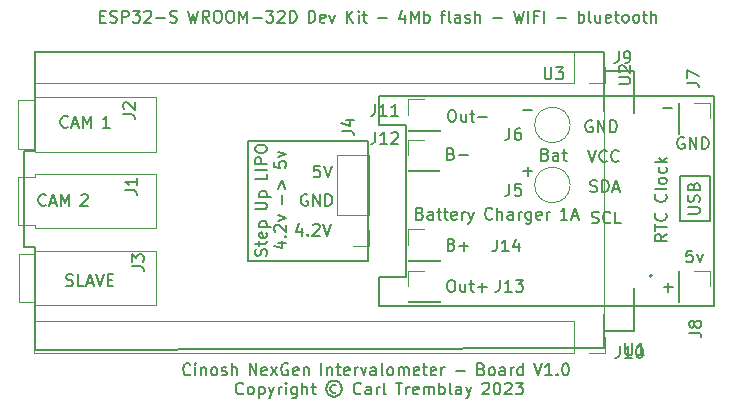
<source format=gbr>
%TF.GenerationSoftware,KiCad,Pcbnew,(7.0.0)*%
%TF.CreationDate,2023-03-09T18:41:40-05:00*%
%TF.ProjectId,Intervalometer,496e7465-7276-4616-9c6f-6d657465722e,rev?*%
%TF.SameCoordinates,Original*%
%TF.FileFunction,Legend,Top*%
%TF.FilePolarity,Positive*%
%FSLAX46Y46*%
G04 Gerber Fmt 4.6, Leading zero omitted, Abs format (unit mm)*
G04 Created by KiCad (PCBNEW (7.0.0)) date 2023-03-09 18:41:40*
%MOMM*%
%LPD*%
G01*
G04 APERTURE LIST*
%ADD10C,0.150000*%
%ADD11C,0.127000*%
%ADD12C,0.120000*%
%ADD13C,0.200000*%
G04 APERTURE END LIST*
D10*
X123474113Y-82457696D02*
X133634113Y-82457696D01*
X133634113Y-82457696D02*
X133634113Y-92617696D01*
X133634113Y-92617696D02*
X123474113Y-92617696D01*
X123474113Y-92617696D02*
X123474113Y-82457696D01*
X146802248Y-85024696D02*
X147564153Y-85024696D01*
X147183200Y-85405648D02*
X147183200Y-84643744D01*
X146736522Y-79865223D02*
X147498427Y-79865223D01*
X148666069Y-83596011D02*
X148808926Y-83643630D01*
X148808926Y-83643630D02*
X148856545Y-83691249D01*
X148856545Y-83691249D02*
X148904164Y-83786487D01*
X148904164Y-83786487D02*
X148904164Y-83929344D01*
X148904164Y-83929344D02*
X148856545Y-84024582D01*
X148856545Y-84024582D02*
X148808926Y-84072201D01*
X148808926Y-84072201D02*
X148713688Y-84119820D01*
X148713688Y-84119820D02*
X148332736Y-84119820D01*
X148332736Y-84119820D02*
X148332736Y-83119820D01*
X148332736Y-83119820D02*
X148666069Y-83119820D01*
X148666069Y-83119820D02*
X148761307Y-83167440D01*
X148761307Y-83167440D02*
X148808926Y-83215059D01*
X148808926Y-83215059D02*
X148856545Y-83310297D01*
X148856545Y-83310297D02*
X148856545Y-83405535D01*
X148856545Y-83405535D02*
X148808926Y-83500773D01*
X148808926Y-83500773D02*
X148761307Y-83548392D01*
X148761307Y-83548392D02*
X148666069Y-83596011D01*
X148666069Y-83596011D02*
X148332736Y-83596011D01*
X149761307Y-84119820D02*
X149761307Y-83596011D01*
X149761307Y-83596011D02*
X149713688Y-83500773D01*
X149713688Y-83500773D02*
X149618450Y-83453154D01*
X149618450Y-83453154D02*
X149427974Y-83453154D01*
X149427974Y-83453154D02*
X149332736Y-83500773D01*
X149761307Y-84072201D02*
X149666069Y-84119820D01*
X149666069Y-84119820D02*
X149427974Y-84119820D01*
X149427974Y-84119820D02*
X149332736Y-84072201D01*
X149332736Y-84072201D02*
X149285117Y-83976963D01*
X149285117Y-83976963D02*
X149285117Y-83881725D01*
X149285117Y-83881725D02*
X149332736Y-83786487D01*
X149332736Y-83786487D02*
X149427974Y-83738868D01*
X149427974Y-83738868D02*
X149666069Y-83738868D01*
X149666069Y-83738868D02*
X149761307Y-83691249D01*
X150094641Y-83453154D02*
X150475593Y-83453154D01*
X150237498Y-83119820D02*
X150237498Y-83976963D01*
X150237498Y-83976963D02*
X150285117Y-84072201D01*
X150285117Y-84072201D02*
X150380355Y-84119820D01*
X150380355Y-84119820D02*
X150475593Y-84119820D01*
X128037715Y-89810931D02*
X128037715Y-90477597D01*
X127799620Y-89429978D02*
X127561525Y-90144264D01*
X127561525Y-90144264D02*
X128180572Y-90144264D01*
X128561525Y-90382359D02*
X128609144Y-90429978D01*
X128609144Y-90429978D02*
X128561525Y-90477597D01*
X128561525Y-90477597D02*
X128513906Y-90429978D01*
X128513906Y-90429978D02*
X128561525Y-90382359D01*
X128561525Y-90382359D02*
X128561525Y-90477597D01*
X128990096Y-89572836D02*
X129037715Y-89525217D01*
X129037715Y-89525217D02*
X129132953Y-89477597D01*
X129132953Y-89477597D02*
X129371048Y-89477597D01*
X129371048Y-89477597D02*
X129466286Y-89525217D01*
X129466286Y-89525217D02*
X129513905Y-89572836D01*
X129513905Y-89572836D02*
X129561524Y-89668074D01*
X129561524Y-89668074D02*
X129561524Y-89763312D01*
X129561524Y-89763312D02*
X129513905Y-89906169D01*
X129513905Y-89906169D02*
X128942477Y-90477597D01*
X128942477Y-90477597D02*
X129561524Y-90477597D01*
X129847239Y-89477597D02*
X130180572Y-90477597D01*
X130180572Y-90477597D02*
X130513905Y-89477597D01*
X129564164Y-84548164D02*
X129087974Y-84548164D01*
X129087974Y-84548164D02*
X129040355Y-85024355D01*
X129040355Y-85024355D02*
X129087974Y-84976736D01*
X129087974Y-84976736D02*
X129183212Y-84929117D01*
X129183212Y-84929117D02*
X129421307Y-84929117D01*
X129421307Y-84929117D02*
X129516545Y-84976736D01*
X129516545Y-84976736D02*
X129564164Y-85024355D01*
X129564164Y-85024355D02*
X129611783Y-85119593D01*
X129611783Y-85119593D02*
X129611783Y-85357688D01*
X129611783Y-85357688D02*
X129564164Y-85452926D01*
X129564164Y-85452926D02*
X129516545Y-85500545D01*
X129516545Y-85500545D02*
X129421307Y-85548164D01*
X129421307Y-85548164D02*
X129183212Y-85548164D01*
X129183212Y-85548164D02*
X129087974Y-85500545D01*
X129087974Y-85500545D02*
X129040355Y-85452926D01*
X129897498Y-84548164D02*
X130230831Y-85548164D01*
X130230831Y-85548164D02*
X130564164Y-84548164D01*
X128527308Y-87011206D02*
X128432070Y-86963586D01*
X128432070Y-86963586D02*
X128289213Y-86963586D01*
X128289213Y-86963586D02*
X128146356Y-87011206D01*
X128146356Y-87011206D02*
X128051118Y-87106444D01*
X128051118Y-87106444D02*
X128003499Y-87201682D01*
X128003499Y-87201682D02*
X127955880Y-87392158D01*
X127955880Y-87392158D02*
X127955880Y-87535015D01*
X127955880Y-87535015D02*
X128003499Y-87725491D01*
X128003499Y-87725491D02*
X128051118Y-87820729D01*
X128051118Y-87820729D02*
X128146356Y-87915967D01*
X128146356Y-87915967D02*
X128289213Y-87963586D01*
X128289213Y-87963586D02*
X128384451Y-87963586D01*
X128384451Y-87963586D02*
X128527308Y-87915967D01*
X128527308Y-87915967D02*
X128574927Y-87868348D01*
X128574927Y-87868348D02*
X128574927Y-87535015D01*
X128574927Y-87535015D02*
X128384451Y-87535015D01*
X129003499Y-87963586D02*
X129003499Y-86963586D01*
X129003499Y-86963586D02*
X129574927Y-87963586D01*
X129574927Y-87963586D02*
X129574927Y-86963586D01*
X130051118Y-87963586D02*
X130051118Y-86963586D01*
X130051118Y-86963586D02*
X130289213Y-86963586D01*
X130289213Y-86963586D02*
X130432070Y-87011206D01*
X130432070Y-87011206D02*
X130527308Y-87106444D01*
X130527308Y-87106444D02*
X130574927Y-87201682D01*
X130574927Y-87201682D02*
X130622546Y-87392158D01*
X130622546Y-87392158D02*
X130622546Y-87535015D01*
X130622546Y-87535015D02*
X130574927Y-87725491D01*
X130574927Y-87725491D02*
X130527308Y-87820729D01*
X130527308Y-87820729D02*
X130432070Y-87915967D01*
X130432070Y-87915967D02*
X130289213Y-87963586D01*
X130289213Y-87963586D02*
X130051118Y-87963586D01*
X125042161Y-92186322D02*
X125089780Y-92043465D01*
X125089780Y-92043465D02*
X125089780Y-91805370D01*
X125089780Y-91805370D02*
X125042161Y-91710132D01*
X125042161Y-91710132D02*
X124994542Y-91662513D01*
X124994542Y-91662513D02*
X124899304Y-91614894D01*
X124899304Y-91614894D02*
X124804066Y-91614894D01*
X124804066Y-91614894D02*
X124708828Y-91662513D01*
X124708828Y-91662513D02*
X124661209Y-91710132D01*
X124661209Y-91710132D02*
X124613590Y-91805370D01*
X124613590Y-91805370D02*
X124565971Y-91995846D01*
X124565971Y-91995846D02*
X124518352Y-92091084D01*
X124518352Y-92091084D02*
X124470733Y-92138703D01*
X124470733Y-92138703D02*
X124375495Y-92186322D01*
X124375495Y-92186322D02*
X124280257Y-92186322D01*
X124280257Y-92186322D02*
X124185019Y-92138703D01*
X124185019Y-92138703D02*
X124137400Y-92091084D01*
X124137400Y-92091084D02*
X124089780Y-91995846D01*
X124089780Y-91995846D02*
X124089780Y-91757751D01*
X124089780Y-91757751D02*
X124137400Y-91614894D01*
X124423114Y-91329179D02*
X124423114Y-90948227D01*
X124089780Y-91186322D02*
X124946923Y-91186322D01*
X124946923Y-91186322D02*
X125042161Y-91138703D01*
X125042161Y-91138703D02*
X125089780Y-91043465D01*
X125089780Y-91043465D02*
X125089780Y-90948227D01*
X125042161Y-90233941D02*
X125089780Y-90329179D01*
X125089780Y-90329179D02*
X125089780Y-90519655D01*
X125089780Y-90519655D02*
X125042161Y-90614893D01*
X125042161Y-90614893D02*
X124946923Y-90662512D01*
X124946923Y-90662512D02*
X124565971Y-90662512D01*
X124565971Y-90662512D02*
X124470733Y-90614893D01*
X124470733Y-90614893D02*
X124423114Y-90519655D01*
X124423114Y-90519655D02*
X124423114Y-90329179D01*
X124423114Y-90329179D02*
X124470733Y-90233941D01*
X124470733Y-90233941D02*
X124565971Y-90186322D01*
X124565971Y-90186322D02*
X124661209Y-90186322D01*
X124661209Y-90186322D02*
X124756447Y-90662512D01*
X124423114Y-89757750D02*
X125423114Y-89757750D01*
X124470733Y-89757750D02*
X124423114Y-89662512D01*
X124423114Y-89662512D02*
X124423114Y-89472036D01*
X124423114Y-89472036D02*
X124470733Y-89376798D01*
X124470733Y-89376798D02*
X124518352Y-89329179D01*
X124518352Y-89329179D02*
X124613590Y-89281560D01*
X124613590Y-89281560D02*
X124899304Y-89281560D01*
X124899304Y-89281560D02*
X124994542Y-89329179D01*
X124994542Y-89329179D02*
X125042161Y-89376798D01*
X125042161Y-89376798D02*
X125089780Y-89472036D01*
X125089780Y-89472036D02*
X125089780Y-89662512D01*
X125089780Y-89662512D02*
X125042161Y-89757750D01*
X124089780Y-88252988D02*
X124899304Y-88252988D01*
X124899304Y-88252988D02*
X124994542Y-88205369D01*
X124994542Y-88205369D02*
X125042161Y-88157750D01*
X125042161Y-88157750D02*
X125089780Y-88062512D01*
X125089780Y-88062512D02*
X125089780Y-87872036D01*
X125089780Y-87872036D02*
X125042161Y-87776798D01*
X125042161Y-87776798D02*
X124994542Y-87729179D01*
X124994542Y-87729179D02*
X124899304Y-87681560D01*
X124899304Y-87681560D02*
X124089780Y-87681560D01*
X124423114Y-87205369D02*
X125423114Y-87205369D01*
X124470733Y-87205369D02*
X124423114Y-87110131D01*
X124423114Y-87110131D02*
X124423114Y-86919655D01*
X124423114Y-86919655D02*
X124470733Y-86824417D01*
X124470733Y-86824417D02*
X124518352Y-86776798D01*
X124518352Y-86776798D02*
X124613590Y-86729179D01*
X124613590Y-86729179D02*
X124899304Y-86729179D01*
X124899304Y-86729179D02*
X124994542Y-86776798D01*
X124994542Y-86776798D02*
X125042161Y-86824417D01*
X125042161Y-86824417D02*
X125089780Y-86919655D01*
X125089780Y-86919655D02*
X125089780Y-87110131D01*
X125089780Y-87110131D02*
X125042161Y-87205369D01*
X125089780Y-85224417D02*
X125089780Y-85700607D01*
X125089780Y-85700607D02*
X124089780Y-85700607D01*
X125089780Y-84891083D02*
X124089780Y-84891083D01*
X125089780Y-84414893D02*
X124089780Y-84414893D01*
X124089780Y-84414893D02*
X124089780Y-84033941D01*
X124089780Y-84033941D02*
X124137400Y-83938703D01*
X124137400Y-83938703D02*
X124185019Y-83891084D01*
X124185019Y-83891084D02*
X124280257Y-83843465D01*
X124280257Y-83843465D02*
X124423114Y-83843465D01*
X124423114Y-83843465D02*
X124518352Y-83891084D01*
X124518352Y-83891084D02*
X124565971Y-83938703D01*
X124565971Y-83938703D02*
X124613590Y-84033941D01*
X124613590Y-84033941D02*
X124613590Y-84414893D01*
X124089780Y-83224417D02*
X124089780Y-83033941D01*
X124089780Y-83033941D02*
X124137400Y-82938703D01*
X124137400Y-82938703D02*
X124232638Y-82843465D01*
X124232638Y-82843465D02*
X124423114Y-82795846D01*
X124423114Y-82795846D02*
X124756447Y-82795846D01*
X124756447Y-82795846D02*
X124946923Y-82843465D01*
X124946923Y-82843465D02*
X125042161Y-82938703D01*
X125042161Y-82938703D02*
X125089780Y-83033941D01*
X125089780Y-83033941D02*
X125089780Y-83224417D01*
X125089780Y-83224417D02*
X125042161Y-83319655D01*
X125042161Y-83319655D02*
X124946923Y-83414893D01*
X124946923Y-83414893D02*
X124756447Y-83462512D01*
X124756447Y-83462512D02*
X124423114Y-83462512D01*
X124423114Y-83462512D02*
X124232638Y-83414893D01*
X124232638Y-83414893D02*
X124137400Y-83319655D01*
X124137400Y-83319655D02*
X124089780Y-83224417D01*
X126043114Y-91091084D02*
X126709780Y-91091084D01*
X125662161Y-91329179D02*
X126376447Y-91567274D01*
X126376447Y-91567274D02*
X126376447Y-90948227D01*
X126614542Y-90567274D02*
X126662161Y-90519655D01*
X126662161Y-90519655D02*
X126709780Y-90567274D01*
X126709780Y-90567274D02*
X126662161Y-90614893D01*
X126662161Y-90614893D02*
X126614542Y-90567274D01*
X126614542Y-90567274D02*
X126709780Y-90567274D01*
X125805019Y-90138703D02*
X125757400Y-90091084D01*
X125757400Y-90091084D02*
X125709780Y-89995846D01*
X125709780Y-89995846D02*
X125709780Y-89757751D01*
X125709780Y-89757751D02*
X125757400Y-89662513D01*
X125757400Y-89662513D02*
X125805019Y-89614894D01*
X125805019Y-89614894D02*
X125900257Y-89567275D01*
X125900257Y-89567275D02*
X125995495Y-89567275D01*
X125995495Y-89567275D02*
X126138352Y-89614894D01*
X126138352Y-89614894D02*
X126709780Y-90186322D01*
X126709780Y-90186322D02*
X126709780Y-89567275D01*
X126043114Y-89233941D02*
X126709780Y-88995846D01*
X126709780Y-88995846D02*
X126043114Y-88757751D01*
X126328828Y-87776798D02*
X126328828Y-87014894D01*
X126043114Y-86538703D02*
X126328828Y-85776799D01*
X126328828Y-85776799D02*
X126614542Y-86538703D01*
X125709780Y-84224418D02*
X125709780Y-84700608D01*
X125709780Y-84700608D02*
X126185971Y-84748227D01*
X126185971Y-84748227D02*
X126138352Y-84700608D01*
X126138352Y-84700608D02*
X126090733Y-84605370D01*
X126090733Y-84605370D02*
X126090733Y-84367275D01*
X126090733Y-84367275D02*
X126138352Y-84272037D01*
X126138352Y-84272037D02*
X126185971Y-84224418D01*
X126185971Y-84224418D02*
X126281209Y-84176799D01*
X126281209Y-84176799D02*
X126519304Y-84176799D01*
X126519304Y-84176799D02*
X126614542Y-84224418D01*
X126614542Y-84224418D02*
X126662161Y-84272037D01*
X126662161Y-84272037D02*
X126709780Y-84367275D01*
X126709780Y-84367275D02*
X126709780Y-84605370D01*
X126709780Y-84605370D02*
X126662161Y-84700608D01*
X126662161Y-84700608D02*
X126614542Y-84748227D01*
X126043114Y-83843465D02*
X126709780Y-83605370D01*
X126709780Y-83605370D02*
X126043114Y-83367275D01*
X152604551Y-89393400D02*
X152747408Y-89441019D01*
X152747408Y-89441019D02*
X152985503Y-89441019D01*
X152985503Y-89441019D02*
X153080741Y-89393400D01*
X153080741Y-89393400D02*
X153128360Y-89345781D01*
X153128360Y-89345781D02*
X153175979Y-89250543D01*
X153175979Y-89250543D02*
X153175979Y-89155305D01*
X153175979Y-89155305D02*
X153128360Y-89060067D01*
X153128360Y-89060067D02*
X153080741Y-89012448D01*
X153080741Y-89012448D02*
X152985503Y-88964829D01*
X152985503Y-88964829D02*
X152795027Y-88917210D01*
X152795027Y-88917210D02*
X152699789Y-88869591D01*
X152699789Y-88869591D02*
X152652170Y-88821972D01*
X152652170Y-88821972D02*
X152604551Y-88726734D01*
X152604551Y-88726734D02*
X152604551Y-88631496D01*
X152604551Y-88631496D02*
X152652170Y-88536258D01*
X152652170Y-88536258D02*
X152699789Y-88488639D01*
X152699789Y-88488639D02*
X152795027Y-88441019D01*
X152795027Y-88441019D02*
X153033122Y-88441019D01*
X153033122Y-88441019D02*
X153175979Y-88488639D01*
X154175979Y-89345781D02*
X154128360Y-89393400D01*
X154128360Y-89393400D02*
X153985503Y-89441019D01*
X153985503Y-89441019D02*
X153890265Y-89441019D01*
X153890265Y-89441019D02*
X153747408Y-89393400D01*
X153747408Y-89393400D02*
X153652170Y-89298162D01*
X153652170Y-89298162D02*
X153604551Y-89202924D01*
X153604551Y-89202924D02*
X153556932Y-89012448D01*
X153556932Y-89012448D02*
X153556932Y-88869591D01*
X153556932Y-88869591D02*
X153604551Y-88679115D01*
X153604551Y-88679115D02*
X153652170Y-88583877D01*
X153652170Y-88583877D02*
X153747408Y-88488639D01*
X153747408Y-88488639D02*
X153890265Y-88441019D01*
X153890265Y-88441019D02*
X153985503Y-88441019D01*
X153985503Y-88441019D02*
X154128360Y-88488639D01*
X154128360Y-88488639D02*
X154175979Y-88536258D01*
X155080741Y-89441019D02*
X154604551Y-89441019D01*
X154604551Y-89441019D02*
X154604551Y-88441019D01*
X152475765Y-86731828D02*
X152618622Y-86779447D01*
X152618622Y-86779447D02*
X152856717Y-86779447D01*
X152856717Y-86779447D02*
X152951955Y-86731828D01*
X152951955Y-86731828D02*
X152999574Y-86684209D01*
X152999574Y-86684209D02*
X153047193Y-86588971D01*
X153047193Y-86588971D02*
X153047193Y-86493733D01*
X153047193Y-86493733D02*
X152999574Y-86398495D01*
X152999574Y-86398495D02*
X152951955Y-86350876D01*
X152951955Y-86350876D02*
X152856717Y-86303257D01*
X152856717Y-86303257D02*
X152666241Y-86255638D01*
X152666241Y-86255638D02*
X152571003Y-86208019D01*
X152571003Y-86208019D02*
X152523384Y-86160400D01*
X152523384Y-86160400D02*
X152475765Y-86065162D01*
X152475765Y-86065162D02*
X152475765Y-85969924D01*
X152475765Y-85969924D02*
X152523384Y-85874686D01*
X152523384Y-85874686D02*
X152571003Y-85827067D01*
X152571003Y-85827067D02*
X152666241Y-85779447D01*
X152666241Y-85779447D02*
X152904336Y-85779447D01*
X152904336Y-85779447D02*
X153047193Y-85827067D01*
X153475765Y-86779447D02*
X153475765Y-85779447D01*
X153475765Y-85779447D02*
X153713860Y-85779447D01*
X153713860Y-85779447D02*
X153856717Y-85827067D01*
X153856717Y-85827067D02*
X153951955Y-85922305D01*
X153951955Y-85922305D02*
X153999574Y-86017543D01*
X153999574Y-86017543D02*
X154047193Y-86208019D01*
X154047193Y-86208019D02*
X154047193Y-86350876D01*
X154047193Y-86350876D02*
X153999574Y-86541352D01*
X153999574Y-86541352D02*
X153951955Y-86636590D01*
X153951955Y-86636590D02*
X153856717Y-86731828D01*
X153856717Y-86731828D02*
X153713860Y-86779447D01*
X153713860Y-86779447D02*
X153475765Y-86779447D01*
X154428146Y-86493733D02*
X154904336Y-86493733D01*
X154332908Y-86779447D02*
X154666241Y-85779447D01*
X154666241Y-85779447D02*
X154999574Y-86779447D01*
X152294670Y-83246660D02*
X152628003Y-84246660D01*
X152628003Y-84246660D02*
X152961336Y-83246660D01*
X153866098Y-84151422D02*
X153818479Y-84199041D01*
X153818479Y-84199041D02*
X153675622Y-84246660D01*
X153675622Y-84246660D02*
X153580384Y-84246660D01*
X153580384Y-84246660D02*
X153437527Y-84199041D01*
X153437527Y-84199041D02*
X153342289Y-84103803D01*
X153342289Y-84103803D02*
X153294670Y-84008565D01*
X153294670Y-84008565D02*
X153247051Y-83818089D01*
X153247051Y-83818089D02*
X153247051Y-83675232D01*
X153247051Y-83675232D02*
X153294670Y-83484756D01*
X153294670Y-83484756D02*
X153342289Y-83389518D01*
X153342289Y-83389518D02*
X153437527Y-83294280D01*
X153437527Y-83294280D02*
X153580384Y-83246660D01*
X153580384Y-83246660D02*
X153675622Y-83246660D01*
X153675622Y-83246660D02*
X153818479Y-83294280D01*
X153818479Y-83294280D02*
X153866098Y-83341899D01*
X154866098Y-84151422D02*
X154818479Y-84199041D01*
X154818479Y-84199041D02*
X154675622Y-84246660D01*
X154675622Y-84246660D02*
X154580384Y-84246660D01*
X154580384Y-84246660D02*
X154437527Y-84199041D01*
X154437527Y-84199041D02*
X154342289Y-84103803D01*
X154342289Y-84103803D02*
X154294670Y-84008565D01*
X154294670Y-84008565D02*
X154247051Y-83818089D01*
X154247051Y-83818089D02*
X154247051Y-83675232D01*
X154247051Y-83675232D02*
X154294670Y-83484756D01*
X154294670Y-83484756D02*
X154342289Y-83389518D01*
X154342289Y-83389518D02*
X154437527Y-83294280D01*
X154437527Y-83294280D02*
X154580384Y-83246660D01*
X154580384Y-83246660D02*
X154675622Y-83246660D01*
X154675622Y-83246660D02*
X154818479Y-83294280D01*
X154818479Y-83294280D02*
X154866098Y-83341899D01*
X152617907Y-80761493D02*
X152522669Y-80713873D01*
X152522669Y-80713873D02*
X152379812Y-80713873D01*
X152379812Y-80713873D02*
X152236955Y-80761493D01*
X152236955Y-80761493D02*
X152141717Y-80856731D01*
X152141717Y-80856731D02*
X152094098Y-80951969D01*
X152094098Y-80951969D02*
X152046479Y-81142445D01*
X152046479Y-81142445D02*
X152046479Y-81285302D01*
X152046479Y-81285302D02*
X152094098Y-81475778D01*
X152094098Y-81475778D02*
X152141717Y-81571016D01*
X152141717Y-81571016D02*
X152236955Y-81666254D01*
X152236955Y-81666254D02*
X152379812Y-81713873D01*
X152379812Y-81713873D02*
X152475050Y-81713873D01*
X152475050Y-81713873D02*
X152617907Y-81666254D01*
X152617907Y-81666254D02*
X152665526Y-81618635D01*
X152665526Y-81618635D02*
X152665526Y-81285302D01*
X152665526Y-81285302D02*
X152475050Y-81285302D01*
X153094098Y-81713873D02*
X153094098Y-80713873D01*
X153094098Y-80713873D02*
X153665526Y-81713873D01*
X153665526Y-81713873D02*
X153665526Y-80713873D01*
X154141717Y-81713873D02*
X154141717Y-80713873D01*
X154141717Y-80713873D02*
X154379812Y-80713873D01*
X154379812Y-80713873D02*
X154522669Y-80761493D01*
X154522669Y-80761493D02*
X154617907Y-80856731D01*
X154617907Y-80856731D02*
X154665526Y-80951969D01*
X154665526Y-80951969D02*
X154713145Y-81142445D01*
X154713145Y-81142445D02*
X154713145Y-81285302D01*
X154713145Y-81285302D02*
X154665526Y-81475778D01*
X154665526Y-81475778D02*
X154617907Y-81571016D01*
X154617907Y-81571016D02*
X154522669Y-81666254D01*
X154522669Y-81666254D02*
X154379812Y-81713873D01*
X154379812Y-81713873D02*
X154141717Y-81713873D01*
X158936243Y-90351616D02*
X158460053Y-90684949D01*
X158936243Y-90923044D02*
X157936243Y-90923044D01*
X157936243Y-90923044D02*
X157936243Y-90542092D01*
X157936243Y-90542092D02*
X157983863Y-90446854D01*
X157983863Y-90446854D02*
X158031482Y-90399235D01*
X158031482Y-90399235D02*
X158126720Y-90351616D01*
X158126720Y-90351616D02*
X158269577Y-90351616D01*
X158269577Y-90351616D02*
X158364815Y-90399235D01*
X158364815Y-90399235D02*
X158412434Y-90446854D01*
X158412434Y-90446854D02*
X158460053Y-90542092D01*
X158460053Y-90542092D02*
X158460053Y-90923044D01*
X157936243Y-90065901D02*
X157936243Y-89494473D01*
X158936243Y-89780187D02*
X157936243Y-89780187D01*
X158841005Y-88589711D02*
X158888624Y-88637330D01*
X158888624Y-88637330D02*
X158936243Y-88780187D01*
X158936243Y-88780187D02*
X158936243Y-88875425D01*
X158936243Y-88875425D02*
X158888624Y-89018282D01*
X158888624Y-89018282D02*
X158793386Y-89113520D01*
X158793386Y-89113520D02*
X158698148Y-89161139D01*
X158698148Y-89161139D02*
X158507672Y-89208758D01*
X158507672Y-89208758D02*
X158364815Y-89208758D01*
X158364815Y-89208758D02*
X158174339Y-89161139D01*
X158174339Y-89161139D02*
X158079101Y-89113520D01*
X158079101Y-89113520D02*
X157983863Y-89018282D01*
X157983863Y-89018282D02*
X157936243Y-88875425D01*
X157936243Y-88875425D02*
X157936243Y-88780187D01*
X157936243Y-88780187D02*
X157983863Y-88637330D01*
X157983863Y-88637330D02*
X158031482Y-88589711D01*
X158841005Y-86989711D02*
X158888624Y-87037330D01*
X158888624Y-87037330D02*
X158936243Y-87180187D01*
X158936243Y-87180187D02*
X158936243Y-87275425D01*
X158936243Y-87275425D02*
X158888624Y-87418282D01*
X158888624Y-87418282D02*
X158793386Y-87513520D01*
X158793386Y-87513520D02*
X158698148Y-87561139D01*
X158698148Y-87561139D02*
X158507672Y-87608758D01*
X158507672Y-87608758D02*
X158364815Y-87608758D01*
X158364815Y-87608758D02*
X158174339Y-87561139D01*
X158174339Y-87561139D02*
X158079101Y-87513520D01*
X158079101Y-87513520D02*
X157983863Y-87418282D01*
X157983863Y-87418282D02*
X157936243Y-87275425D01*
X157936243Y-87275425D02*
X157936243Y-87180187D01*
X157936243Y-87180187D02*
X157983863Y-87037330D01*
X157983863Y-87037330D02*
X158031482Y-86989711D01*
X158936243Y-86418282D02*
X158888624Y-86513520D01*
X158888624Y-86513520D02*
X158793386Y-86561139D01*
X158793386Y-86561139D02*
X157936243Y-86561139D01*
X158936243Y-85894472D02*
X158888624Y-85989710D01*
X158888624Y-85989710D02*
X158841005Y-86037329D01*
X158841005Y-86037329D02*
X158745767Y-86084948D01*
X158745767Y-86084948D02*
X158460053Y-86084948D01*
X158460053Y-86084948D02*
X158364815Y-86037329D01*
X158364815Y-86037329D02*
X158317196Y-85989710D01*
X158317196Y-85989710D02*
X158269577Y-85894472D01*
X158269577Y-85894472D02*
X158269577Y-85751615D01*
X158269577Y-85751615D02*
X158317196Y-85656377D01*
X158317196Y-85656377D02*
X158364815Y-85608758D01*
X158364815Y-85608758D02*
X158460053Y-85561139D01*
X158460053Y-85561139D02*
X158745767Y-85561139D01*
X158745767Y-85561139D02*
X158841005Y-85608758D01*
X158841005Y-85608758D02*
X158888624Y-85656377D01*
X158888624Y-85656377D02*
X158936243Y-85751615D01*
X158936243Y-85751615D02*
X158936243Y-85894472D01*
X158888624Y-84703996D02*
X158936243Y-84799234D01*
X158936243Y-84799234D02*
X158936243Y-84989710D01*
X158936243Y-84989710D02*
X158888624Y-85084948D01*
X158888624Y-85084948D02*
X158841005Y-85132567D01*
X158841005Y-85132567D02*
X158745767Y-85180186D01*
X158745767Y-85180186D02*
X158460053Y-85180186D01*
X158460053Y-85180186D02*
X158364815Y-85132567D01*
X158364815Y-85132567D02*
X158317196Y-85084948D01*
X158317196Y-85084948D02*
X158269577Y-84989710D01*
X158269577Y-84989710D02*
X158269577Y-84799234D01*
X158269577Y-84799234D02*
X158317196Y-84703996D01*
X158936243Y-84275424D02*
X157936243Y-84275424D01*
X158555291Y-84180186D02*
X158936243Y-83894472D01*
X158269577Y-83894472D02*
X158650529Y-84275424D01*
X110953733Y-71910452D02*
X111287066Y-71910452D01*
X111429923Y-72434261D02*
X110953733Y-72434261D01*
X110953733Y-72434261D02*
X110953733Y-71434261D01*
X110953733Y-71434261D02*
X111429923Y-71434261D01*
X111810876Y-72386642D02*
X111953733Y-72434261D01*
X111953733Y-72434261D02*
X112191828Y-72434261D01*
X112191828Y-72434261D02*
X112287066Y-72386642D01*
X112287066Y-72386642D02*
X112334685Y-72339023D01*
X112334685Y-72339023D02*
X112382304Y-72243785D01*
X112382304Y-72243785D02*
X112382304Y-72148547D01*
X112382304Y-72148547D02*
X112334685Y-72053309D01*
X112334685Y-72053309D02*
X112287066Y-72005690D01*
X112287066Y-72005690D02*
X112191828Y-71958071D01*
X112191828Y-71958071D02*
X112001352Y-71910452D01*
X112001352Y-71910452D02*
X111906114Y-71862833D01*
X111906114Y-71862833D02*
X111858495Y-71815214D01*
X111858495Y-71815214D02*
X111810876Y-71719976D01*
X111810876Y-71719976D02*
X111810876Y-71624738D01*
X111810876Y-71624738D02*
X111858495Y-71529500D01*
X111858495Y-71529500D02*
X111906114Y-71481881D01*
X111906114Y-71481881D02*
X112001352Y-71434261D01*
X112001352Y-71434261D02*
X112239447Y-71434261D01*
X112239447Y-71434261D02*
X112382304Y-71481881D01*
X112810876Y-72434261D02*
X112810876Y-71434261D01*
X112810876Y-71434261D02*
X113191828Y-71434261D01*
X113191828Y-71434261D02*
X113287066Y-71481881D01*
X113287066Y-71481881D02*
X113334685Y-71529500D01*
X113334685Y-71529500D02*
X113382304Y-71624738D01*
X113382304Y-71624738D02*
X113382304Y-71767595D01*
X113382304Y-71767595D02*
X113334685Y-71862833D01*
X113334685Y-71862833D02*
X113287066Y-71910452D01*
X113287066Y-71910452D02*
X113191828Y-71958071D01*
X113191828Y-71958071D02*
X112810876Y-71958071D01*
X113715638Y-71434261D02*
X114334685Y-71434261D01*
X114334685Y-71434261D02*
X114001352Y-71815214D01*
X114001352Y-71815214D02*
X114144209Y-71815214D01*
X114144209Y-71815214D02*
X114239447Y-71862833D01*
X114239447Y-71862833D02*
X114287066Y-71910452D01*
X114287066Y-71910452D02*
X114334685Y-72005690D01*
X114334685Y-72005690D02*
X114334685Y-72243785D01*
X114334685Y-72243785D02*
X114287066Y-72339023D01*
X114287066Y-72339023D02*
X114239447Y-72386642D01*
X114239447Y-72386642D02*
X114144209Y-72434261D01*
X114144209Y-72434261D02*
X113858495Y-72434261D01*
X113858495Y-72434261D02*
X113763257Y-72386642D01*
X113763257Y-72386642D02*
X113715638Y-72339023D01*
X114715638Y-71529500D02*
X114763257Y-71481881D01*
X114763257Y-71481881D02*
X114858495Y-71434261D01*
X114858495Y-71434261D02*
X115096590Y-71434261D01*
X115096590Y-71434261D02*
X115191828Y-71481881D01*
X115191828Y-71481881D02*
X115239447Y-71529500D01*
X115239447Y-71529500D02*
X115287066Y-71624738D01*
X115287066Y-71624738D02*
X115287066Y-71719976D01*
X115287066Y-71719976D02*
X115239447Y-71862833D01*
X115239447Y-71862833D02*
X114668019Y-72434261D01*
X114668019Y-72434261D02*
X115287066Y-72434261D01*
X115715638Y-72053309D02*
X116477543Y-72053309D01*
X116906114Y-72386642D02*
X117048971Y-72434261D01*
X117048971Y-72434261D02*
X117287066Y-72434261D01*
X117287066Y-72434261D02*
X117382304Y-72386642D01*
X117382304Y-72386642D02*
X117429923Y-72339023D01*
X117429923Y-72339023D02*
X117477542Y-72243785D01*
X117477542Y-72243785D02*
X117477542Y-72148547D01*
X117477542Y-72148547D02*
X117429923Y-72053309D01*
X117429923Y-72053309D02*
X117382304Y-72005690D01*
X117382304Y-72005690D02*
X117287066Y-71958071D01*
X117287066Y-71958071D02*
X117096590Y-71910452D01*
X117096590Y-71910452D02*
X117001352Y-71862833D01*
X117001352Y-71862833D02*
X116953733Y-71815214D01*
X116953733Y-71815214D02*
X116906114Y-71719976D01*
X116906114Y-71719976D02*
X116906114Y-71624738D01*
X116906114Y-71624738D02*
X116953733Y-71529500D01*
X116953733Y-71529500D02*
X117001352Y-71481881D01*
X117001352Y-71481881D02*
X117096590Y-71434261D01*
X117096590Y-71434261D02*
X117334685Y-71434261D01*
X117334685Y-71434261D02*
X117477542Y-71481881D01*
X118410876Y-71434261D02*
X118648971Y-72434261D01*
X118648971Y-72434261D02*
X118839447Y-71719976D01*
X118839447Y-71719976D02*
X119029923Y-72434261D01*
X119029923Y-72434261D02*
X119268019Y-71434261D01*
X120220399Y-72434261D02*
X119887066Y-71958071D01*
X119648971Y-72434261D02*
X119648971Y-71434261D01*
X119648971Y-71434261D02*
X120029923Y-71434261D01*
X120029923Y-71434261D02*
X120125161Y-71481881D01*
X120125161Y-71481881D02*
X120172780Y-71529500D01*
X120172780Y-71529500D02*
X120220399Y-71624738D01*
X120220399Y-71624738D02*
X120220399Y-71767595D01*
X120220399Y-71767595D02*
X120172780Y-71862833D01*
X120172780Y-71862833D02*
X120125161Y-71910452D01*
X120125161Y-71910452D02*
X120029923Y-71958071D01*
X120029923Y-71958071D02*
X119648971Y-71958071D01*
X120839447Y-71434261D02*
X121029923Y-71434261D01*
X121029923Y-71434261D02*
X121125161Y-71481881D01*
X121125161Y-71481881D02*
X121220399Y-71577119D01*
X121220399Y-71577119D02*
X121268018Y-71767595D01*
X121268018Y-71767595D02*
X121268018Y-72100928D01*
X121268018Y-72100928D02*
X121220399Y-72291404D01*
X121220399Y-72291404D02*
X121125161Y-72386642D01*
X121125161Y-72386642D02*
X121029923Y-72434261D01*
X121029923Y-72434261D02*
X120839447Y-72434261D01*
X120839447Y-72434261D02*
X120744209Y-72386642D01*
X120744209Y-72386642D02*
X120648971Y-72291404D01*
X120648971Y-72291404D02*
X120601352Y-72100928D01*
X120601352Y-72100928D02*
X120601352Y-71767595D01*
X120601352Y-71767595D02*
X120648971Y-71577119D01*
X120648971Y-71577119D02*
X120744209Y-71481881D01*
X120744209Y-71481881D02*
X120839447Y-71434261D01*
X121887066Y-71434261D02*
X122077542Y-71434261D01*
X122077542Y-71434261D02*
X122172780Y-71481881D01*
X122172780Y-71481881D02*
X122268018Y-71577119D01*
X122268018Y-71577119D02*
X122315637Y-71767595D01*
X122315637Y-71767595D02*
X122315637Y-72100928D01*
X122315637Y-72100928D02*
X122268018Y-72291404D01*
X122268018Y-72291404D02*
X122172780Y-72386642D01*
X122172780Y-72386642D02*
X122077542Y-72434261D01*
X122077542Y-72434261D02*
X121887066Y-72434261D01*
X121887066Y-72434261D02*
X121791828Y-72386642D01*
X121791828Y-72386642D02*
X121696590Y-72291404D01*
X121696590Y-72291404D02*
X121648971Y-72100928D01*
X121648971Y-72100928D02*
X121648971Y-71767595D01*
X121648971Y-71767595D02*
X121696590Y-71577119D01*
X121696590Y-71577119D02*
X121791828Y-71481881D01*
X121791828Y-71481881D02*
X121887066Y-71434261D01*
X122744209Y-72434261D02*
X122744209Y-71434261D01*
X122744209Y-71434261D02*
X123077542Y-72148547D01*
X123077542Y-72148547D02*
X123410875Y-71434261D01*
X123410875Y-71434261D02*
X123410875Y-72434261D01*
X123887066Y-72053309D02*
X124648971Y-72053309D01*
X125029923Y-71434261D02*
X125648970Y-71434261D01*
X125648970Y-71434261D02*
X125315637Y-71815214D01*
X125315637Y-71815214D02*
X125458494Y-71815214D01*
X125458494Y-71815214D02*
X125553732Y-71862833D01*
X125553732Y-71862833D02*
X125601351Y-71910452D01*
X125601351Y-71910452D02*
X125648970Y-72005690D01*
X125648970Y-72005690D02*
X125648970Y-72243785D01*
X125648970Y-72243785D02*
X125601351Y-72339023D01*
X125601351Y-72339023D02*
X125553732Y-72386642D01*
X125553732Y-72386642D02*
X125458494Y-72434261D01*
X125458494Y-72434261D02*
X125172780Y-72434261D01*
X125172780Y-72434261D02*
X125077542Y-72386642D01*
X125077542Y-72386642D02*
X125029923Y-72339023D01*
X126029923Y-71529500D02*
X126077542Y-71481881D01*
X126077542Y-71481881D02*
X126172780Y-71434261D01*
X126172780Y-71434261D02*
X126410875Y-71434261D01*
X126410875Y-71434261D02*
X126506113Y-71481881D01*
X126506113Y-71481881D02*
X126553732Y-71529500D01*
X126553732Y-71529500D02*
X126601351Y-71624738D01*
X126601351Y-71624738D02*
X126601351Y-71719976D01*
X126601351Y-71719976D02*
X126553732Y-71862833D01*
X126553732Y-71862833D02*
X125982304Y-72434261D01*
X125982304Y-72434261D02*
X126601351Y-72434261D01*
X127029923Y-72434261D02*
X127029923Y-71434261D01*
X127029923Y-71434261D02*
X127268018Y-71434261D01*
X127268018Y-71434261D02*
X127410875Y-71481881D01*
X127410875Y-71481881D02*
X127506113Y-71577119D01*
X127506113Y-71577119D02*
X127553732Y-71672357D01*
X127553732Y-71672357D02*
X127601351Y-71862833D01*
X127601351Y-71862833D02*
X127601351Y-72005690D01*
X127601351Y-72005690D02*
X127553732Y-72196166D01*
X127553732Y-72196166D02*
X127506113Y-72291404D01*
X127506113Y-72291404D02*
X127410875Y-72386642D01*
X127410875Y-72386642D02*
X127268018Y-72434261D01*
X127268018Y-72434261D02*
X127029923Y-72434261D01*
X128629923Y-72434261D02*
X128629923Y-71434261D01*
X128629923Y-71434261D02*
X128868018Y-71434261D01*
X128868018Y-71434261D02*
X129010875Y-71481881D01*
X129010875Y-71481881D02*
X129106113Y-71577119D01*
X129106113Y-71577119D02*
X129153732Y-71672357D01*
X129153732Y-71672357D02*
X129201351Y-71862833D01*
X129201351Y-71862833D02*
X129201351Y-72005690D01*
X129201351Y-72005690D02*
X129153732Y-72196166D01*
X129153732Y-72196166D02*
X129106113Y-72291404D01*
X129106113Y-72291404D02*
X129010875Y-72386642D01*
X129010875Y-72386642D02*
X128868018Y-72434261D01*
X128868018Y-72434261D02*
X128629923Y-72434261D01*
X130010875Y-72386642D02*
X129915637Y-72434261D01*
X129915637Y-72434261D02*
X129725161Y-72434261D01*
X129725161Y-72434261D02*
X129629923Y-72386642D01*
X129629923Y-72386642D02*
X129582304Y-72291404D01*
X129582304Y-72291404D02*
X129582304Y-71910452D01*
X129582304Y-71910452D02*
X129629923Y-71815214D01*
X129629923Y-71815214D02*
X129725161Y-71767595D01*
X129725161Y-71767595D02*
X129915637Y-71767595D01*
X129915637Y-71767595D02*
X130010875Y-71815214D01*
X130010875Y-71815214D02*
X130058494Y-71910452D01*
X130058494Y-71910452D02*
X130058494Y-72005690D01*
X130058494Y-72005690D02*
X129582304Y-72100928D01*
X130391828Y-71767595D02*
X130629923Y-72434261D01*
X130629923Y-72434261D02*
X130868018Y-71767595D01*
X131848971Y-72434261D02*
X131848971Y-71434261D01*
X132420399Y-72434261D02*
X131991828Y-71862833D01*
X132420399Y-71434261D02*
X131848971Y-72005690D01*
X132848971Y-72434261D02*
X132848971Y-71767595D01*
X132848971Y-71434261D02*
X132801352Y-71481881D01*
X132801352Y-71481881D02*
X132848971Y-71529500D01*
X132848971Y-71529500D02*
X132896590Y-71481881D01*
X132896590Y-71481881D02*
X132848971Y-71434261D01*
X132848971Y-71434261D02*
X132848971Y-71529500D01*
X133182304Y-71767595D02*
X133563256Y-71767595D01*
X133325161Y-71434261D02*
X133325161Y-72291404D01*
X133325161Y-72291404D02*
X133372780Y-72386642D01*
X133372780Y-72386642D02*
X133468018Y-72434261D01*
X133468018Y-72434261D02*
X133563256Y-72434261D01*
X134496590Y-72053309D02*
X135258495Y-72053309D01*
X136763256Y-71767595D02*
X136763256Y-72434261D01*
X136525161Y-71386642D02*
X136287066Y-72100928D01*
X136287066Y-72100928D02*
X136906113Y-72100928D01*
X137287066Y-72434261D02*
X137287066Y-71434261D01*
X137287066Y-71434261D02*
X137620399Y-72148547D01*
X137620399Y-72148547D02*
X137953732Y-71434261D01*
X137953732Y-71434261D02*
X137953732Y-72434261D01*
X138429923Y-72434261D02*
X138429923Y-71434261D01*
X138429923Y-71815214D02*
X138525161Y-71767595D01*
X138525161Y-71767595D02*
X138715637Y-71767595D01*
X138715637Y-71767595D02*
X138810875Y-71815214D01*
X138810875Y-71815214D02*
X138858494Y-71862833D01*
X138858494Y-71862833D02*
X138906113Y-71958071D01*
X138906113Y-71958071D02*
X138906113Y-72243785D01*
X138906113Y-72243785D02*
X138858494Y-72339023D01*
X138858494Y-72339023D02*
X138810875Y-72386642D01*
X138810875Y-72386642D02*
X138715637Y-72434261D01*
X138715637Y-72434261D02*
X138525161Y-72434261D01*
X138525161Y-72434261D02*
X138429923Y-72386642D01*
X139791828Y-71767595D02*
X140172780Y-71767595D01*
X139934685Y-72434261D02*
X139934685Y-71577119D01*
X139934685Y-71577119D02*
X139982304Y-71481881D01*
X139982304Y-71481881D02*
X140077542Y-71434261D01*
X140077542Y-71434261D02*
X140172780Y-71434261D01*
X140648971Y-72434261D02*
X140553733Y-72386642D01*
X140553733Y-72386642D02*
X140506114Y-72291404D01*
X140506114Y-72291404D02*
X140506114Y-71434261D01*
X141458495Y-72434261D02*
X141458495Y-71910452D01*
X141458495Y-71910452D02*
X141410876Y-71815214D01*
X141410876Y-71815214D02*
X141315638Y-71767595D01*
X141315638Y-71767595D02*
X141125162Y-71767595D01*
X141125162Y-71767595D02*
X141029924Y-71815214D01*
X141458495Y-72386642D02*
X141363257Y-72434261D01*
X141363257Y-72434261D02*
X141125162Y-72434261D01*
X141125162Y-72434261D02*
X141029924Y-72386642D01*
X141029924Y-72386642D02*
X140982305Y-72291404D01*
X140982305Y-72291404D02*
X140982305Y-72196166D01*
X140982305Y-72196166D02*
X141029924Y-72100928D01*
X141029924Y-72100928D02*
X141125162Y-72053309D01*
X141125162Y-72053309D02*
X141363257Y-72053309D01*
X141363257Y-72053309D02*
X141458495Y-72005690D01*
X141887067Y-72386642D02*
X141982305Y-72434261D01*
X141982305Y-72434261D02*
X142172781Y-72434261D01*
X142172781Y-72434261D02*
X142268019Y-72386642D01*
X142268019Y-72386642D02*
X142315638Y-72291404D01*
X142315638Y-72291404D02*
X142315638Y-72243785D01*
X142315638Y-72243785D02*
X142268019Y-72148547D01*
X142268019Y-72148547D02*
X142172781Y-72100928D01*
X142172781Y-72100928D02*
X142029924Y-72100928D01*
X142029924Y-72100928D02*
X141934686Y-72053309D01*
X141934686Y-72053309D02*
X141887067Y-71958071D01*
X141887067Y-71958071D02*
X141887067Y-71910452D01*
X141887067Y-71910452D02*
X141934686Y-71815214D01*
X141934686Y-71815214D02*
X142029924Y-71767595D01*
X142029924Y-71767595D02*
X142172781Y-71767595D01*
X142172781Y-71767595D02*
X142268019Y-71815214D01*
X142744210Y-72434261D02*
X142744210Y-71434261D01*
X143172781Y-72434261D02*
X143172781Y-71910452D01*
X143172781Y-71910452D02*
X143125162Y-71815214D01*
X143125162Y-71815214D02*
X143029924Y-71767595D01*
X143029924Y-71767595D02*
X142887067Y-71767595D01*
X142887067Y-71767595D02*
X142791829Y-71815214D01*
X142791829Y-71815214D02*
X142744210Y-71862833D01*
X144248972Y-72053309D02*
X145010877Y-72053309D01*
X145991829Y-71434261D02*
X146229924Y-72434261D01*
X146229924Y-72434261D02*
X146420400Y-71719976D01*
X146420400Y-71719976D02*
X146610876Y-72434261D01*
X146610876Y-72434261D02*
X146848972Y-71434261D01*
X147229924Y-72434261D02*
X147229924Y-71434261D01*
X148039447Y-71910452D02*
X147706114Y-71910452D01*
X147706114Y-72434261D02*
X147706114Y-71434261D01*
X147706114Y-71434261D02*
X148182304Y-71434261D01*
X148563257Y-72434261D02*
X148563257Y-71434261D01*
X149639447Y-72053309D02*
X150401352Y-72053309D01*
X151477542Y-72434261D02*
X151477542Y-71434261D01*
X151477542Y-71815214D02*
X151572780Y-71767595D01*
X151572780Y-71767595D02*
X151763256Y-71767595D01*
X151763256Y-71767595D02*
X151858494Y-71815214D01*
X151858494Y-71815214D02*
X151906113Y-71862833D01*
X151906113Y-71862833D02*
X151953732Y-71958071D01*
X151953732Y-71958071D02*
X151953732Y-72243785D01*
X151953732Y-72243785D02*
X151906113Y-72339023D01*
X151906113Y-72339023D02*
X151858494Y-72386642D01*
X151858494Y-72386642D02*
X151763256Y-72434261D01*
X151763256Y-72434261D02*
X151572780Y-72434261D01*
X151572780Y-72434261D02*
X151477542Y-72386642D01*
X152525161Y-72434261D02*
X152429923Y-72386642D01*
X152429923Y-72386642D02*
X152382304Y-72291404D01*
X152382304Y-72291404D02*
X152382304Y-71434261D01*
X153334685Y-71767595D02*
X153334685Y-72434261D01*
X152906114Y-71767595D02*
X152906114Y-72291404D01*
X152906114Y-72291404D02*
X152953733Y-72386642D01*
X152953733Y-72386642D02*
X153048971Y-72434261D01*
X153048971Y-72434261D02*
X153191828Y-72434261D01*
X153191828Y-72434261D02*
X153287066Y-72386642D01*
X153287066Y-72386642D02*
X153334685Y-72339023D01*
X154191828Y-72386642D02*
X154096590Y-72434261D01*
X154096590Y-72434261D02*
X153906114Y-72434261D01*
X153906114Y-72434261D02*
X153810876Y-72386642D01*
X153810876Y-72386642D02*
X153763257Y-72291404D01*
X153763257Y-72291404D02*
X153763257Y-71910452D01*
X153763257Y-71910452D02*
X153810876Y-71815214D01*
X153810876Y-71815214D02*
X153906114Y-71767595D01*
X153906114Y-71767595D02*
X154096590Y-71767595D01*
X154096590Y-71767595D02*
X154191828Y-71815214D01*
X154191828Y-71815214D02*
X154239447Y-71910452D01*
X154239447Y-71910452D02*
X154239447Y-72005690D01*
X154239447Y-72005690D02*
X153763257Y-72100928D01*
X154525162Y-71767595D02*
X154906114Y-71767595D01*
X154668019Y-71434261D02*
X154668019Y-72291404D01*
X154668019Y-72291404D02*
X154715638Y-72386642D01*
X154715638Y-72386642D02*
X154810876Y-72434261D01*
X154810876Y-72434261D02*
X154906114Y-72434261D01*
X155382305Y-72434261D02*
X155287067Y-72386642D01*
X155287067Y-72386642D02*
X155239448Y-72339023D01*
X155239448Y-72339023D02*
X155191829Y-72243785D01*
X155191829Y-72243785D02*
X155191829Y-71958071D01*
X155191829Y-71958071D02*
X155239448Y-71862833D01*
X155239448Y-71862833D02*
X155287067Y-71815214D01*
X155287067Y-71815214D02*
X155382305Y-71767595D01*
X155382305Y-71767595D02*
X155525162Y-71767595D01*
X155525162Y-71767595D02*
X155620400Y-71815214D01*
X155620400Y-71815214D02*
X155668019Y-71862833D01*
X155668019Y-71862833D02*
X155715638Y-71958071D01*
X155715638Y-71958071D02*
X155715638Y-72243785D01*
X155715638Y-72243785D02*
X155668019Y-72339023D01*
X155668019Y-72339023D02*
X155620400Y-72386642D01*
X155620400Y-72386642D02*
X155525162Y-72434261D01*
X155525162Y-72434261D02*
X155382305Y-72434261D01*
X156287067Y-72434261D02*
X156191829Y-72386642D01*
X156191829Y-72386642D02*
X156144210Y-72339023D01*
X156144210Y-72339023D02*
X156096591Y-72243785D01*
X156096591Y-72243785D02*
X156096591Y-71958071D01*
X156096591Y-71958071D02*
X156144210Y-71862833D01*
X156144210Y-71862833D02*
X156191829Y-71815214D01*
X156191829Y-71815214D02*
X156287067Y-71767595D01*
X156287067Y-71767595D02*
X156429924Y-71767595D01*
X156429924Y-71767595D02*
X156525162Y-71815214D01*
X156525162Y-71815214D02*
X156572781Y-71862833D01*
X156572781Y-71862833D02*
X156620400Y-71958071D01*
X156620400Y-71958071D02*
X156620400Y-72243785D01*
X156620400Y-72243785D02*
X156572781Y-72339023D01*
X156572781Y-72339023D02*
X156525162Y-72386642D01*
X156525162Y-72386642D02*
X156429924Y-72434261D01*
X156429924Y-72434261D02*
X156287067Y-72434261D01*
X156906115Y-71767595D02*
X157287067Y-71767595D01*
X157048972Y-71434261D02*
X157048972Y-72291404D01*
X157048972Y-72291404D02*
X157096591Y-72386642D01*
X157096591Y-72386642D02*
X157191829Y-72434261D01*
X157191829Y-72434261D02*
X157287067Y-72434261D01*
X157620401Y-72434261D02*
X157620401Y-71434261D01*
X158048972Y-72434261D02*
X158048972Y-71910452D01*
X158048972Y-71910452D02*
X158001353Y-71815214D01*
X158001353Y-71815214D02*
X157906115Y-71767595D01*
X157906115Y-71767595D02*
X157763258Y-71767595D01*
X157763258Y-71767595D02*
X157668020Y-71815214D01*
X157668020Y-71815214D02*
X157620401Y-71862833D01*
X108093999Y-94702001D02*
X108236856Y-94749620D01*
X108236856Y-94749620D02*
X108474951Y-94749620D01*
X108474951Y-94749620D02*
X108570189Y-94702001D01*
X108570189Y-94702001D02*
X108617808Y-94654382D01*
X108617808Y-94654382D02*
X108665427Y-94559144D01*
X108665427Y-94559144D02*
X108665427Y-94463906D01*
X108665427Y-94463906D02*
X108617808Y-94368668D01*
X108617808Y-94368668D02*
X108570189Y-94321049D01*
X108570189Y-94321049D02*
X108474951Y-94273430D01*
X108474951Y-94273430D02*
X108284475Y-94225811D01*
X108284475Y-94225811D02*
X108189237Y-94178192D01*
X108189237Y-94178192D02*
X108141618Y-94130573D01*
X108141618Y-94130573D02*
X108093999Y-94035335D01*
X108093999Y-94035335D02*
X108093999Y-93940097D01*
X108093999Y-93940097D02*
X108141618Y-93844859D01*
X108141618Y-93844859D02*
X108189237Y-93797240D01*
X108189237Y-93797240D02*
X108284475Y-93749620D01*
X108284475Y-93749620D02*
X108522570Y-93749620D01*
X108522570Y-93749620D02*
X108665427Y-93797240D01*
X109570189Y-94749620D02*
X109093999Y-94749620D01*
X109093999Y-94749620D02*
X109093999Y-93749620D01*
X109855904Y-94463906D02*
X110332094Y-94463906D01*
X109760666Y-94749620D02*
X110093999Y-93749620D01*
X110093999Y-93749620D02*
X110427332Y-94749620D01*
X110617809Y-93749620D02*
X110951142Y-94749620D01*
X110951142Y-94749620D02*
X111284475Y-93749620D01*
X111617809Y-94225811D02*
X111951142Y-94225811D01*
X112093999Y-94749620D02*
X111617809Y-94749620D01*
X111617809Y-94749620D02*
X111617809Y-93749620D01*
X111617809Y-93749620D02*
X112093999Y-93749620D01*
X106368466Y-87874845D02*
X106320847Y-87922464D01*
X106320847Y-87922464D02*
X106177990Y-87970083D01*
X106177990Y-87970083D02*
X106082752Y-87970083D01*
X106082752Y-87970083D02*
X105939895Y-87922464D01*
X105939895Y-87922464D02*
X105844657Y-87827226D01*
X105844657Y-87827226D02*
X105797038Y-87731988D01*
X105797038Y-87731988D02*
X105749419Y-87541512D01*
X105749419Y-87541512D02*
X105749419Y-87398655D01*
X105749419Y-87398655D02*
X105797038Y-87208179D01*
X105797038Y-87208179D02*
X105844657Y-87112941D01*
X105844657Y-87112941D02*
X105939895Y-87017703D01*
X105939895Y-87017703D02*
X106082752Y-86970083D01*
X106082752Y-86970083D02*
X106177990Y-86970083D01*
X106177990Y-86970083D02*
X106320847Y-87017703D01*
X106320847Y-87017703D02*
X106368466Y-87065322D01*
X106749419Y-87684369D02*
X107225609Y-87684369D01*
X106654181Y-87970083D02*
X106987514Y-86970083D01*
X106987514Y-86970083D02*
X107320847Y-87970083D01*
X107654181Y-87970083D02*
X107654181Y-86970083D01*
X107654181Y-86970083D02*
X107987514Y-87684369D01*
X107987514Y-87684369D02*
X108320847Y-86970083D01*
X108320847Y-86970083D02*
X108320847Y-87970083D01*
X109349419Y-87065322D02*
X109397038Y-87017703D01*
X109397038Y-87017703D02*
X109492276Y-86970083D01*
X109492276Y-86970083D02*
X109730371Y-86970083D01*
X109730371Y-86970083D02*
X109825609Y-87017703D01*
X109825609Y-87017703D02*
X109873228Y-87065322D01*
X109873228Y-87065322D02*
X109920847Y-87160560D01*
X109920847Y-87160560D02*
X109920847Y-87255798D01*
X109920847Y-87255798D02*
X109873228Y-87398655D01*
X109873228Y-87398655D02*
X109301800Y-87970083D01*
X109301800Y-87970083D02*
X109920847Y-87970083D01*
X108234087Y-81246353D02*
X108186468Y-81293972D01*
X108186468Y-81293972D02*
X108043611Y-81341591D01*
X108043611Y-81341591D02*
X107948373Y-81341591D01*
X107948373Y-81341591D02*
X107805516Y-81293972D01*
X107805516Y-81293972D02*
X107710278Y-81198734D01*
X107710278Y-81198734D02*
X107662659Y-81103496D01*
X107662659Y-81103496D02*
X107615040Y-80913020D01*
X107615040Y-80913020D02*
X107615040Y-80770163D01*
X107615040Y-80770163D02*
X107662659Y-80579687D01*
X107662659Y-80579687D02*
X107710278Y-80484449D01*
X107710278Y-80484449D02*
X107805516Y-80389211D01*
X107805516Y-80389211D02*
X107948373Y-80341591D01*
X107948373Y-80341591D02*
X108043611Y-80341591D01*
X108043611Y-80341591D02*
X108186468Y-80389211D01*
X108186468Y-80389211D02*
X108234087Y-80436830D01*
X108615040Y-81055877D02*
X109091230Y-81055877D01*
X108519802Y-81341591D02*
X108853135Y-80341591D01*
X108853135Y-80341591D02*
X109186468Y-81341591D01*
X109519802Y-81341591D02*
X109519802Y-80341591D01*
X109519802Y-80341591D02*
X109853135Y-81055877D01*
X109853135Y-81055877D02*
X110186468Y-80341591D01*
X110186468Y-80341591D02*
X110186468Y-81341591D01*
X111786468Y-81341591D02*
X111215040Y-81341591D01*
X111500754Y-81341591D02*
X111500754Y-80341591D01*
X111500754Y-80341591D02*
X111405516Y-80484449D01*
X111405516Y-80484449D02*
X111310278Y-80579687D01*
X111310278Y-80579687D02*
X111215040Y-80627306D01*
X118605712Y-102207142D02*
X118558093Y-102254761D01*
X118558093Y-102254761D02*
X118415236Y-102302380D01*
X118415236Y-102302380D02*
X118319998Y-102302380D01*
X118319998Y-102302380D02*
X118177141Y-102254761D01*
X118177141Y-102254761D02*
X118081903Y-102159523D01*
X118081903Y-102159523D02*
X118034284Y-102064285D01*
X118034284Y-102064285D02*
X117986665Y-101873809D01*
X117986665Y-101873809D02*
X117986665Y-101730952D01*
X117986665Y-101730952D02*
X118034284Y-101540476D01*
X118034284Y-101540476D02*
X118081903Y-101445238D01*
X118081903Y-101445238D02*
X118177141Y-101350000D01*
X118177141Y-101350000D02*
X118319998Y-101302380D01*
X118319998Y-101302380D02*
X118415236Y-101302380D01*
X118415236Y-101302380D02*
X118558093Y-101350000D01*
X118558093Y-101350000D02*
X118605712Y-101397619D01*
X119034284Y-102302380D02*
X119034284Y-101635714D01*
X119034284Y-101302380D02*
X118986665Y-101350000D01*
X118986665Y-101350000D02*
X119034284Y-101397619D01*
X119034284Y-101397619D02*
X119081903Y-101350000D01*
X119081903Y-101350000D02*
X119034284Y-101302380D01*
X119034284Y-101302380D02*
X119034284Y-101397619D01*
X119510474Y-101635714D02*
X119510474Y-102302380D01*
X119510474Y-101730952D02*
X119558093Y-101683333D01*
X119558093Y-101683333D02*
X119653331Y-101635714D01*
X119653331Y-101635714D02*
X119796188Y-101635714D01*
X119796188Y-101635714D02*
X119891426Y-101683333D01*
X119891426Y-101683333D02*
X119939045Y-101778571D01*
X119939045Y-101778571D02*
X119939045Y-102302380D01*
X120558093Y-102302380D02*
X120462855Y-102254761D01*
X120462855Y-102254761D02*
X120415236Y-102207142D01*
X120415236Y-102207142D02*
X120367617Y-102111904D01*
X120367617Y-102111904D02*
X120367617Y-101826190D01*
X120367617Y-101826190D02*
X120415236Y-101730952D01*
X120415236Y-101730952D02*
X120462855Y-101683333D01*
X120462855Y-101683333D02*
X120558093Y-101635714D01*
X120558093Y-101635714D02*
X120700950Y-101635714D01*
X120700950Y-101635714D02*
X120796188Y-101683333D01*
X120796188Y-101683333D02*
X120843807Y-101730952D01*
X120843807Y-101730952D02*
X120891426Y-101826190D01*
X120891426Y-101826190D02*
X120891426Y-102111904D01*
X120891426Y-102111904D02*
X120843807Y-102207142D01*
X120843807Y-102207142D02*
X120796188Y-102254761D01*
X120796188Y-102254761D02*
X120700950Y-102302380D01*
X120700950Y-102302380D02*
X120558093Y-102302380D01*
X121272379Y-102254761D02*
X121367617Y-102302380D01*
X121367617Y-102302380D02*
X121558093Y-102302380D01*
X121558093Y-102302380D02*
X121653331Y-102254761D01*
X121653331Y-102254761D02*
X121700950Y-102159523D01*
X121700950Y-102159523D02*
X121700950Y-102111904D01*
X121700950Y-102111904D02*
X121653331Y-102016666D01*
X121653331Y-102016666D02*
X121558093Y-101969047D01*
X121558093Y-101969047D02*
X121415236Y-101969047D01*
X121415236Y-101969047D02*
X121319998Y-101921428D01*
X121319998Y-101921428D02*
X121272379Y-101826190D01*
X121272379Y-101826190D02*
X121272379Y-101778571D01*
X121272379Y-101778571D02*
X121319998Y-101683333D01*
X121319998Y-101683333D02*
X121415236Y-101635714D01*
X121415236Y-101635714D02*
X121558093Y-101635714D01*
X121558093Y-101635714D02*
X121653331Y-101683333D01*
X122129522Y-102302380D02*
X122129522Y-101302380D01*
X122558093Y-102302380D02*
X122558093Y-101778571D01*
X122558093Y-101778571D02*
X122510474Y-101683333D01*
X122510474Y-101683333D02*
X122415236Y-101635714D01*
X122415236Y-101635714D02*
X122272379Y-101635714D01*
X122272379Y-101635714D02*
X122177141Y-101683333D01*
X122177141Y-101683333D02*
X122129522Y-101730952D01*
X123634284Y-102302380D02*
X123634284Y-101302380D01*
X123634284Y-101302380D02*
X124205712Y-102302380D01*
X124205712Y-102302380D02*
X124205712Y-101302380D01*
X125062855Y-102254761D02*
X124967617Y-102302380D01*
X124967617Y-102302380D02*
X124777141Y-102302380D01*
X124777141Y-102302380D02*
X124681903Y-102254761D01*
X124681903Y-102254761D02*
X124634284Y-102159523D01*
X124634284Y-102159523D02*
X124634284Y-101778571D01*
X124634284Y-101778571D02*
X124681903Y-101683333D01*
X124681903Y-101683333D02*
X124777141Y-101635714D01*
X124777141Y-101635714D02*
X124967617Y-101635714D01*
X124967617Y-101635714D02*
X125062855Y-101683333D01*
X125062855Y-101683333D02*
X125110474Y-101778571D01*
X125110474Y-101778571D02*
X125110474Y-101873809D01*
X125110474Y-101873809D02*
X124634284Y-101969047D01*
X125443808Y-102302380D02*
X125967617Y-101635714D01*
X125443808Y-101635714D02*
X125967617Y-102302380D01*
X126872379Y-101350000D02*
X126777141Y-101302380D01*
X126777141Y-101302380D02*
X126634284Y-101302380D01*
X126634284Y-101302380D02*
X126491427Y-101350000D01*
X126491427Y-101350000D02*
X126396189Y-101445238D01*
X126396189Y-101445238D02*
X126348570Y-101540476D01*
X126348570Y-101540476D02*
X126300951Y-101730952D01*
X126300951Y-101730952D02*
X126300951Y-101873809D01*
X126300951Y-101873809D02*
X126348570Y-102064285D01*
X126348570Y-102064285D02*
X126396189Y-102159523D01*
X126396189Y-102159523D02*
X126491427Y-102254761D01*
X126491427Y-102254761D02*
X126634284Y-102302380D01*
X126634284Y-102302380D02*
X126729522Y-102302380D01*
X126729522Y-102302380D02*
X126872379Y-102254761D01*
X126872379Y-102254761D02*
X126919998Y-102207142D01*
X126919998Y-102207142D02*
X126919998Y-101873809D01*
X126919998Y-101873809D02*
X126729522Y-101873809D01*
X127729522Y-102254761D02*
X127634284Y-102302380D01*
X127634284Y-102302380D02*
X127443808Y-102302380D01*
X127443808Y-102302380D02*
X127348570Y-102254761D01*
X127348570Y-102254761D02*
X127300951Y-102159523D01*
X127300951Y-102159523D02*
X127300951Y-101778571D01*
X127300951Y-101778571D02*
X127348570Y-101683333D01*
X127348570Y-101683333D02*
X127443808Y-101635714D01*
X127443808Y-101635714D02*
X127634284Y-101635714D01*
X127634284Y-101635714D02*
X127729522Y-101683333D01*
X127729522Y-101683333D02*
X127777141Y-101778571D01*
X127777141Y-101778571D02*
X127777141Y-101873809D01*
X127777141Y-101873809D02*
X127300951Y-101969047D01*
X128205713Y-101635714D02*
X128205713Y-102302380D01*
X128205713Y-101730952D02*
X128253332Y-101683333D01*
X128253332Y-101683333D02*
X128348570Y-101635714D01*
X128348570Y-101635714D02*
X128491427Y-101635714D01*
X128491427Y-101635714D02*
X128586665Y-101683333D01*
X128586665Y-101683333D02*
X128634284Y-101778571D01*
X128634284Y-101778571D02*
X128634284Y-102302380D01*
X129710475Y-102302380D02*
X129710475Y-101302380D01*
X130186665Y-101635714D02*
X130186665Y-102302380D01*
X130186665Y-101730952D02*
X130234284Y-101683333D01*
X130234284Y-101683333D02*
X130329522Y-101635714D01*
X130329522Y-101635714D02*
X130472379Y-101635714D01*
X130472379Y-101635714D02*
X130567617Y-101683333D01*
X130567617Y-101683333D02*
X130615236Y-101778571D01*
X130615236Y-101778571D02*
X130615236Y-102302380D01*
X130948570Y-101635714D02*
X131329522Y-101635714D01*
X131091427Y-101302380D02*
X131091427Y-102159523D01*
X131091427Y-102159523D02*
X131139046Y-102254761D01*
X131139046Y-102254761D02*
X131234284Y-102302380D01*
X131234284Y-102302380D02*
X131329522Y-102302380D01*
X132043808Y-102254761D02*
X131948570Y-102302380D01*
X131948570Y-102302380D02*
X131758094Y-102302380D01*
X131758094Y-102302380D02*
X131662856Y-102254761D01*
X131662856Y-102254761D02*
X131615237Y-102159523D01*
X131615237Y-102159523D02*
X131615237Y-101778571D01*
X131615237Y-101778571D02*
X131662856Y-101683333D01*
X131662856Y-101683333D02*
X131758094Y-101635714D01*
X131758094Y-101635714D02*
X131948570Y-101635714D01*
X131948570Y-101635714D02*
X132043808Y-101683333D01*
X132043808Y-101683333D02*
X132091427Y-101778571D01*
X132091427Y-101778571D02*
X132091427Y-101873809D01*
X132091427Y-101873809D02*
X131615237Y-101969047D01*
X132519999Y-102302380D02*
X132519999Y-101635714D01*
X132519999Y-101826190D02*
X132567618Y-101730952D01*
X132567618Y-101730952D02*
X132615237Y-101683333D01*
X132615237Y-101683333D02*
X132710475Y-101635714D01*
X132710475Y-101635714D02*
X132805713Y-101635714D01*
X133043809Y-101635714D02*
X133281904Y-102302380D01*
X133281904Y-102302380D02*
X133519999Y-101635714D01*
X134329523Y-102302380D02*
X134329523Y-101778571D01*
X134329523Y-101778571D02*
X134281904Y-101683333D01*
X134281904Y-101683333D02*
X134186666Y-101635714D01*
X134186666Y-101635714D02*
X133996190Y-101635714D01*
X133996190Y-101635714D02*
X133900952Y-101683333D01*
X134329523Y-102254761D02*
X134234285Y-102302380D01*
X134234285Y-102302380D02*
X133996190Y-102302380D01*
X133996190Y-102302380D02*
X133900952Y-102254761D01*
X133900952Y-102254761D02*
X133853333Y-102159523D01*
X133853333Y-102159523D02*
X133853333Y-102064285D01*
X133853333Y-102064285D02*
X133900952Y-101969047D01*
X133900952Y-101969047D02*
X133996190Y-101921428D01*
X133996190Y-101921428D02*
X134234285Y-101921428D01*
X134234285Y-101921428D02*
X134329523Y-101873809D01*
X134948571Y-102302380D02*
X134853333Y-102254761D01*
X134853333Y-102254761D02*
X134805714Y-102159523D01*
X134805714Y-102159523D02*
X134805714Y-101302380D01*
X135472381Y-102302380D02*
X135377143Y-102254761D01*
X135377143Y-102254761D02*
X135329524Y-102207142D01*
X135329524Y-102207142D02*
X135281905Y-102111904D01*
X135281905Y-102111904D02*
X135281905Y-101826190D01*
X135281905Y-101826190D02*
X135329524Y-101730952D01*
X135329524Y-101730952D02*
X135377143Y-101683333D01*
X135377143Y-101683333D02*
X135472381Y-101635714D01*
X135472381Y-101635714D02*
X135615238Y-101635714D01*
X135615238Y-101635714D02*
X135710476Y-101683333D01*
X135710476Y-101683333D02*
X135758095Y-101730952D01*
X135758095Y-101730952D02*
X135805714Y-101826190D01*
X135805714Y-101826190D02*
X135805714Y-102111904D01*
X135805714Y-102111904D02*
X135758095Y-102207142D01*
X135758095Y-102207142D02*
X135710476Y-102254761D01*
X135710476Y-102254761D02*
X135615238Y-102302380D01*
X135615238Y-102302380D02*
X135472381Y-102302380D01*
X136234286Y-102302380D02*
X136234286Y-101635714D01*
X136234286Y-101730952D02*
X136281905Y-101683333D01*
X136281905Y-101683333D02*
X136377143Y-101635714D01*
X136377143Y-101635714D02*
X136520000Y-101635714D01*
X136520000Y-101635714D02*
X136615238Y-101683333D01*
X136615238Y-101683333D02*
X136662857Y-101778571D01*
X136662857Y-101778571D02*
X136662857Y-102302380D01*
X136662857Y-101778571D02*
X136710476Y-101683333D01*
X136710476Y-101683333D02*
X136805714Y-101635714D01*
X136805714Y-101635714D02*
X136948571Y-101635714D01*
X136948571Y-101635714D02*
X137043810Y-101683333D01*
X137043810Y-101683333D02*
X137091429Y-101778571D01*
X137091429Y-101778571D02*
X137091429Y-102302380D01*
X137948571Y-102254761D02*
X137853333Y-102302380D01*
X137853333Y-102302380D02*
X137662857Y-102302380D01*
X137662857Y-102302380D02*
X137567619Y-102254761D01*
X137567619Y-102254761D02*
X137520000Y-102159523D01*
X137520000Y-102159523D02*
X137520000Y-101778571D01*
X137520000Y-101778571D02*
X137567619Y-101683333D01*
X137567619Y-101683333D02*
X137662857Y-101635714D01*
X137662857Y-101635714D02*
X137853333Y-101635714D01*
X137853333Y-101635714D02*
X137948571Y-101683333D01*
X137948571Y-101683333D02*
X137996190Y-101778571D01*
X137996190Y-101778571D02*
X137996190Y-101873809D01*
X137996190Y-101873809D02*
X137520000Y-101969047D01*
X138281905Y-101635714D02*
X138662857Y-101635714D01*
X138424762Y-101302380D02*
X138424762Y-102159523D01*
X138424762Y-102159523D02*
X138472381Y-102254761D01*
X138472381Y-102254761D02*
X138567619Y-102302380D01*
X138567619Y-102302380D02*
X138662857Y-102302380D01*
X139377143Y-102254761D02*
X139281905Y-102302380D01*
X139281905Y-102302380D02*
X139091429Y-102302380D01*
X139091429Y-102302380D02*
X138996191Y-102254761D01*
X138996191Y-102254761D02*
X138948572Y-102159523D01*
X138948572Y-102159523D02*
X138948572Y-101778571D01*
X138948572Y-101778571D02*
X138996191Y-101683333D01*
X138996191Y-101683333D02*
X139091429Y-101635714D01*
X139091429Y-101635714D02*
X139281905Y-101635714D01*
X139281905Y-101635714D02*
X139377143Y-101683333D01*
X139377143Y-101683333D02*
X139424762Y-101778571D01*
X139424762Y-101778571D02*
X139424762Y-101873809D01*
X139424762Y-101873809D02*
X138948572Y-101969047D01*
X139853334Y-102302380D02*
X139853334Y-101635714D01*
X139853334Y-101826190D02*
X139900953Y-101730952D01*
X139900953Y-101730952D02*
X139948572Y-101683333D01*
X139948572Y-101683333D02*
X140043810Y-101635714D01*
X140043810Y-101635714D02*
X140139048Y-101635714D01*
X141072382Y-101921428D02*
X141834287Y-101921428D01*
X143243810Y-101778571D02*
X143386667Y-101826190D01*
X143386667Y-101826190D02*
X143434286Y-101873809D01*
X143434286Y-101873809D02*
X143481905Y-101969047D01*
X143481905Y-101969047D02*
X143481905Y-102111904D01*
X143481905Y-102111904D02*
X143434286Y-102207142D01*
X143434286Y-102207142D02*
X143386667Y-102254761D01*
X143386667Y-102254761D02*
X143291429Y-102302380D01*
X143291429Y-102302380D02*
X142910477Y-102302380D01*
X142910477Y-102302380D02*
X142910477Y-101302380D01*
X142910477Y-101302380D02*
X143243810Y-101302380D01*
X143243810Y-101302380D02*
X143339048Y-101350000D01*
X143339048Y-101350000D02*
X143386667Y-101397619D01*
X143386667Y-101397619D02*
X143434286Y-101492857D01*
X143434286Y-101492857D02*
X143434286Y-101588095D01*
X143434286Y-101588095D02*
X143386667Y-101683333D01*
X143386667Y-101683333D02*
X143339048Y-101730952D01*
X143339048Y-101730952D02*
X143243810Y-101778571D01*
X143243810Y-101778571D02*
X142910477Y-101778571D01*
X144053334Y-102302380D02*
X143958096Y-102254761D01*
X143958096Y-102254761D02*
X143910477Y-102207142D01*
X143910477Y-102207142D02*
X143862858Y-102111904D01*
X143862858Y-102111904D02*
X143862858Y-101826190D01*
X143862858Y-101826190D02*
X143910477Y-101730952D01*
X143910477Y-101730952D02*
X143958096Y-101683333D01*
X143958096Y-101683333D02*
X144053334Y-101635714D01*
X144053334Y-101635714D02*
X144196191Y-101635714D01*
X144196191Y-101635714D02*
X144291429Y-101683333D01*
X144291429Y-101683333D02*
X144339048Y-101730952D01*
X144339048Y-101730952D02*
X144386667Y-101826190D01*
X144386667Y-101826190D02*
X144386667Y-102111904D01*
X144386667Y-102111904D02*
X144339048Y-102207142D01*
X144339048Y-102207142D02*
X144291429Y-102254761D01*
X144291429Y-102254761D02*
X144196191Y-102302380D01*
X144196191Y-102302380D02*
X144053334Y-102302380D01*
X145243810Y-102302380D02*
X145243810Y-101778571D01*
X145243810Y-101778571D02*
X145196191Y-101683333D01*
X145196191Y-101683333D02*
X145100953Y-101635714D01*
X145100953Y-101635714D02*
X144910477Y-101635714D01*
X144910477Y-101635714D02*
X144815239Y-101683333D01*
X145243810Y-102254761D02*
X145148572Y-102302380D01*
X145148572Y-102302380D02*
X144910477Y-102302380D01*
X144910477Y-102302380D02*
X144815239Y-102254761D01*
X144815239Y-102254761D02*
X144767620Y-102159523D01*
X144767620Y-102159523D02*
X144767620Y-102064285D01*
X144767620Y-102064285D02*
X144815239Y-101969047D01*
X144815239Y-101969047D02*
X144910477Y-101921428D01*
X144910477Y-101921428D02*
X145148572Y-101921428D01*
X145148572Y-101921428D02*
X145243810Y-101873809D01*
X145720001Y-102302380D02*
X145720001Y-101635714D01*
X145720001Y-101826190D02*
X145767620Y-101730952D01*
X145767620Y-101730952D02*
X145815239Y-101683333D01*
X145815239Y-101683333D02*
X145910477Y-101635714D01*
X145910477Y-101635714D02*
X146005715Y-101635714D01*
X146767620Y-102302380D02*
X146767620Y-101302380D01*
X146767620Y-102254761D02*
X146672382Y-102302380D01*
X146672382Y-102302380D02*
X146481906Y-102302380D01*
X146481906Y-102302380D02*
X146386668Y-102254761D01*
X146386668Y-102254761D02*
X146339049Y-102207142D01*
X146339049Y-102207142D02*
X146291430Y-102111904D01*
X146291430Y-102111904D02*
X146291430Y-101826190D01*
X146291430Y-101826190D02*
X146339049Y-101730952D01*
X146339049Y-101730952D02*
X146386668Y-101683333D01*
X146386668Y-101683333D02*
X146481906Y-101635714D01*
X146481906Y-101635714D02*
X146672382Y-101635714D01*
X146672382Y-101635714D02*
X146767620Y-101683333D01*
X147700954Y-101302380D02*
X148034287Y-102302380D01*
X148034287Y-102302380D02*
X148367620Y-101302380D01*
X149224763Y-102302380D02*
X148653335Y-102302380D01*
X148939049Y-102302380D02*
X148939049Y-101302380D01*
X148939049Y-101302380D02*
X148843811Y-101445238D01*
X148843811Y-101445238D02*
X148748573Y-101540476D01*
X148748573Y-101540476D02*
X148653335Y-101588095D01*
X149653335Y-102207142D02*
X149700954Y-102254761D01*
X149700954Y-102254761D02*
X149653335Y-102302380D01*
X149653335Y-102302380D02*
X149605716Y-102254761D01*
X149605716Y-102254761D02*
X149653335Y-102207142D01*
X149653335Y-102207142D02*
X149653335Y-102302380D01*
X150320001Y-101302380D02*
X150415239Y-101302380D01*
X150415239Y-101302380D02*
X150510477Y-101350000D01*
X150510477Y-101350000D02*
X150558096Y-101397619D01*
X150558096Y-101397619D02*
X150605715Y-101492857D01*
X150605715Y-101492857D02*
X150653334Y-101683333D01*
X150653334Y-101683333D02*
X150653334Y-101921428D01*
X150653334Y-101921428D02*
X150605715Y-102111904D01*
X150605715Y-102111904D02*
X150558096Y-102207142D01*
X150558096Y-102207142D02*
X150510477Y-102254761D01*
X150510477Y-102254761D02*
X150415239Y-102302380D01*
X150415239Y-102302380D02*
X150320001Y-102302380D01*
X150320001Y-102302380D02*
X150224763Y-102254761D01*
X150224763Y-102254761D02*
X150177144Y-102207142D01*
X150177144Y-102207142D02*
X150129525Y-102111904D01*
X150129525Y-102111904D02*
X150081906Y-101921428D01*
X150081906Y-101921428D02*
X150081906Y-101683333D01*
X150081906Y-101683333D02*
X150129525Y-101492857D01*
X150129525Y-101492857D02*
X150177144Y-101397619D01*
X150177144Y-101397619D02*
X150224763Y-101350000D01*
X150224763Y-101350000D02*
X150320001Y-101302380D01*
X123086664Y-103827142D02*
X123039045Y-103874761D01*
X123039045Y-103874761D02*
X122896188Y-103922380D01*
X122896188Y-103922380D02*
X122800950Y-103922380D01*
X122800950Y-103922380D02*
X122658093Y-103874761D01*
X122658093Y-103874761D02*
X122562855Y-103779523D01*
X122562855Y-103779523D02*
X122515236Y-103684285D01*
X122515236Y-103684285D02*
X122467617Y-103493809D01*
X122467617Y-103493809D02*
X122467617Y-103350952D01*
X122467617Y-103350952D02*
X122515236Y-103160476D01*
X122515236Y-103160476D02*
X122562855Y-103065238D01*
X122562855Y-103065238D02*
X122658093Y-102970000D01*
X122658093Y-102970000D02*
X122800950Y-102922380D01*
X122800950Y-102922380D02*
X122896188Y-102922380D01*
X122896188Y-102922380D02*
X123039045Y-102970000D01*
X123039045Y-102970000D02*
X123086664Y-103017619D01*
X123658093Y-103922380D02*
X123562855Y-103874761D01*
X123562855Y-103874761D02*
X123515236Y-103827142D01*
X123515236Y-103827142D02*
X123467617Y-103731904D01*
X123467617Y-103731904D02*
X123467617Y-103446190D01*
X123467617Y-103446190D02*
X123515236Y-103350952D01*
X123515236Y-103350952D02*
X123562855Y-103303333D01*
X123562855Y-103303333D02*
X123658093Y-103255714D01*
X123658093Y-103255714D02*
X123800950Y-103255714D01*
X123800950Y-103255714D02*
X123896188Y-103303333D01*
X123896188Y-103303333D02*
X123943807Y-103350952D01*
X123943807Y-103350952D02*
X123991426Y-103446190D01*
X123991426Y-103446190D02*
X123991426Y-103731904D01*
X123991426Y-103731904D02*
X123943807Y-103827142D01*
X123943807Y-103827142D02*
X123896188Y-103874761D01*
X123896188Y-103874761D02*
X123800950Y-103922380D01*
X123800950Y-103922380D02*
X123658093Y-103922380D01*
X124419998Y-103255714D02*
X124419998Y-104255714D01*
X124419998Y-103303333D02*
X124515236Y-103255714D01*
X124515236Y-103255714D02*
X124705712Y-103255714D01*
X124705712Y-103255714D02*
X124800950Y-103303333D01*
X124800950Y-103303333D02*
X124848569Y-103350952D01*
X124848569Y-103350952D02*
X124896188Y-103446190D01*
X124896188Y-103446190D02*
X124896188Y-103731904D01*
X124896188Y-103731904D02*
X124848569Y-103827142D01*
X124848569Y-103827142D02*
X124800950Y-103874761D01*
X124800950Y-103874761D02*
X124705712Y-103922380D01*
X124705712Y-103922380D02*
X124515236Y-103922380D01*
X124515236Y-103922380D02*
X124419998Y-103874761D01*
X125229522Y-103255714D02*
X125467617Y-103922380D01*
X125705712Y-103255714D02*
X125467617Y-103922380D01*
X125467617Y-103922380D02*
X125372379Y-104160476D01*
X125372379Y-104160476D02*
X125324760Y-104208095D01*
X125324760Y-104208095D02*
X125229522Y-104255714D01*
X126086665Y-103922380D02*
X126086665Y-103255714D01*
X126086665Y-103446190D02*
X126134284Y-103350952D01*
X126134284Y-103350952D02*
X126181903Y-103303333D01*
X126181903Y-103303333D02*
X126277141Y-103255714D01*
X126277141Y-103255714D02*
X126372379Y-103255714D01*
X126705713Y-103922380D02*
X126705713Y-103255714D01*
X126705713Y-102922380D02*
X126658094Y-102970000D01*
X126658094Y-102970000D02*
X126705713Y-103017619D01*
X126705713Y-103017619D02*
X126753332Y-102970000D01*
X126753332Y-102970000D02*
X126705713Y-102922380D01*
X126705713Y-102922380D02*
X126705713Y-103017619D01*
X127610474Y-103255714D02*
X127610474Y-104065238D01*
X127610474Y-104065238D02*
X127562855Y-104160476D01*
X127562855Y-104160476D02*
X127515236Y-104208095D01*
X127515236Y-104208095D02*
X127419998Y-104255714D01*
X127419998Y-104255714D02*
X127277141Y-104255714D01*
X127277141Y-104255714D02*
X127181903Y-104208095D01*
X127610474Y-103874761D02*
X127515236Y-103922380D01*
X127515236Y-103922380D02*
X127324760Y-103922380D01*
X127324760Y-103922380D02*
X127229522Y-103874761D01*
X127229522Y-103874761D02*
X127181903Y-103827142D01*
X127181903Y-103827142D02*
X127134284Y-103731904D01*
X127134284Y-103731904D02*
X127134284Y-103446190D01*
X127134284Y-103446190D02*
X127181903Y-103350952D01*
X127181903Y-103350952D02*
X127229522Y-103303333D01*
X127229522Y-103303333D02*
X127324760Y-103255714D01*
X127324760Y-103255714D02*
X127515236Y-103255714D01*
X127515236Y-103255714D02*
X127610474Y-103303333D01*
X128086665Y-103922380D02*
X128086665Y-102922380D01*
X128515236Y-103922380D02*
X128515236Y-103398571D01*
X128515236Y-103398571D02*
X128467617Y-103303333D01*
X128467617Y-103303333D02*
X128372379Y-103255714D01*
X128372379Y-103255714D02*
X128229522Y-103255714D01*
X128229522Y-103255714D02*
X128134284Y-103303333D01*
X128134284Y-103303333D02*
X128086665Y-103350952D01*
X128848570Y-103255714D02*
X129229522Y-103255714D01*
X128991427Y-102922380D02*
X128991427Y-103779523D01*
X128991427Y-103779523D02*
X129039046Y-103874761D01*
X129039046Y-103874761D02*
X129134284Y-103922380D01*
X129134284Y-103922380D02*
X129229522Y-103922380D01*
X130972380Y-103160476D02*
X130877141Y-103112857D01*
X130877141Y-103112857D02*
X130686665Y-103112857D01*
X130686665Y-103112857D02*
X130591427Y-103160476D01*
X130591427Y-103160476D02*
X130496189Y-103255714D01*
X130496189Y-103255714D02*
X130448570Y-103350952D01*
X130448570Y-103350952D02*
X130448570Y-103541428D01*
X130448570Y-103541428D02*
X130496189Y-103636666D01*
X130496189Y-103636666D02*
X130591427Y-103731904D01*
X130591427Y-103731904D02*
X130686665Y-103779523D01*
X130686665Y-103779523D02*
X130877141Y-103779523D01*
X130877141Y-103779523D02*
X130972380Y-103731904D01*
X130781903Y-102779523D02*
X130543808Y-102827142D01*
X130543808Y-102827142D02*
X130305713Y-102970000D01*
X130305713Y-102970000D02*
X130162856Y-103208095D01*
X130162856Y-103208095D02*
X130115237Y-103446190D01*
X130115237Y-103446190D02*
X130162856Y-103684285D01*
X130162856Y-103684285D02*
X130305713Y-103922380D01*
X130305713Y-103922380D02*
X130543808Y-104065238D01*
X130543808Y-104065238D02*
X130781903Y-104112857D01*
X130781903Y-104112857D02*
X131019999Y-104065238D01*
X131019999Y-104065238D02*
X131258094Y-103922380D01*
X131258094Y-103922380D02*
X131400951Y-103684285D01*
X131400951Y-103684285D02*
X131448570Y-103446190D01*
X131448570Y-103446190D02*
X131400951Y-103208095D01*
X131400951Y-103208095D02*
X131258094Y-102970000D01*
X131258094Y-102970000D02*
X131019999Y-102827142D01*
X131019999Y-102827142D02*
X130781903Y-102779523D01*
X133048570Y-103827142D02*
X133000951Y-103874761D01*
X133000951Y-103874761D02*
X132858094Y-103922380D01*
X132858094Y-103922380D02*
X132762856Y-103922380D01*
X132762856Y-103922380D02*
X132619999Y-103874761D01*
X132619999Y-103874761D02*
X132524761Y-103779523D01*
X132524761Y-103779523D02*
X132477142Y-103684285D01*
X132477142Y-103684285D02*
X132429523Y-103493809D01*
X132429523Y-103493809D02*
X132429523Y-103350952D01*
X132429523Y-103350952D02*
X132477142Y-103160476D01*
X132477142Y-103160476D02*
X132524761Y-103065238D01*
X132524761Y-103065238D02*
X132619999Y-102970000D01*
X132619999Y-102970000D02*
X132762856Y-102922380D01*
X132762856Y-102922380D02*
X132858094Y-102922380D01*
X132858094Y-102922380D02*
X133000951Y-102970000D01*
X133000951Y-102970000D02*
X133048570Y-103017619D01*
X133905713Y-103922380D02*
X133905713Y-103398571D01*
X133905713Y-103398571D02*
X133858094Y-103303333D01*
X133858094Y-103303333D02*
X133762856Y-103255714D01*
X133762856Y-103255714D02*
X133572380Y-103255714D01*
X133572380Y-103255714D02*
X133477142Y-103303333D01*
X133905713Y-103874761D02*
X133810475Y-103922380D01*
X133810475Y-103922380D02*
X133572380Y-103922380D01*
X133572380Y-103922380D02*
X133477142Y-103874761D01*
X133477142Y-103874761D02*
X133429523Y-103779523D01*
X133429523Y-103779523D02*
X133429523Y-103684285D01*
X133429523Y-103684285D02*
X133477142Y-103589047D01*
X133477142Y-103589047D02*
X133572380Y-103541428D01*
X133572380Y-103541428D02*
X133810475Y-103541428D01*
X133810475Y-103541428D02*
X133905713Y-103493809D01*
X134381904Y-103922380D02*
X134381904Y-103255714D01*
X134381904Y-103446190D02*
X134429523Y-103350952D01*
X134429523Y-103350952D02*
X134477142Y-103303333D01*
X134477142Y-103303333D02*
X134572380Y-103255714D01*
X134572380Y-103255714D02*
X134667618Y-103255714D01*
X135143809Y-103922380D02*
X135048571Y-103874761D01*
X135048571Y-103874761D02*
X135000952Y-103779523D01*
X135000952Y-103779523D02*
X135000952Y-102922380D01*
X135981905Y-102922380D02*
X136553333Y-102922380D01*
X136267619Y-103922380D02*
X136267619Y-102922380D01*
X136886667Y-103922380D02*
X136886667Y-103255714D01*
X136886667Y-103446190D02*
X136934286Y-103350952D01*
X136934286Y-103350952D02*
X136981905Y-103303333D01*
X136981905Y-103303333D02*
X137077143Y-103255714D01*
X137077143Y-103255714D02*
X137172381Y-103255714D01*
X137886667Y-103874761D02*
X137791429Y-103922380D01*
X137791429Y-103922380D02*
X137600953Y-103922380D01*
X137600953Y-103922380D02*
X137505715Y-103874761D01*
X137505715Y-103874761D02*
X137458096Y-103779523D01*
X137458096Y-103779523D02*
X137458096Y-103398571D01*
X137458096Y-103398571D02*
X137505715Y-103303333D01*
X137505715Y-103303333D02*
X137600953Y-103255714D01*
X137600953Y-103255714D02*
X137791429Y-103255714D01*
X137791429Y-103255714D02*
X137886667Y-103303333D01*
X137886667Y-103303333D02*
X137934286Y-103398571D01*
X137934286Y-103398571D02*
X137934286Y-103493809D01*
X137934286Y-103493809D02*
X137458096Y-103589047D01*
X138362858Y-103922380D02*
X138362858Y-103255714D01*
X138362858Y-103350952D02*
X138410477Y-103303333D01*
X138410477Y-103303333D02*
X138505715Y-103255714D01*
X138505715Y-103255714D02*
X138648572Y-103255714D01*
X138648572Y-103255714D02*
X138743810Y-103303333D01*
X138743810Y-103303333D02*
X138791429Y-103398571D01*
X138791429Y-103398571D02*
X138791429Y-103922380D01*
X138791429Y-103398571D02*
X138839048Y-103303333D01*
X138839048Y-103303333D02*
X138934286Y-103255714D01*
X138934286Y-103255714D02*
X139077143Y-103255714D01*
X139077143Y-103255714D02*
X139172382Y-103303333D01*
X139172382Y-103303333D02*
X139220001Y-103398571D01*
X139220001Y-103398571D02*
X139220001Y-103922380D01*
X139696191Y-103922380D02*
X139696191Y-102922380D01*
X139696191Y-103303333D02*
X139791429Y-103255714D01*
X139791429Y-103255714D02*
X139981905Y-103255714D01*
X139981905Y-103255714D02*
X140077143Y-103303333D01*
X140077143Y-103303333D02*
X140124762Y-103350952D01*
X140124762Y-103350952D02*
X140172381Y-103446190D01*
X140172381Y-103446190D02*
X140172381Y-103731904D01*
X140172381Y-103731904D02*
X140124762Y-103827142D01*
X140124762Y-103827142D02*
X140077143Y-103874761D01*
X140077143Y-103874761D02*
X139981905Y-103922380D01*
X139981905Y-103922380D02*
X139791429Y-103922380D01*
X139791429Y-103922380D02*
X139696191Y-103874761D01*
X140743810Y-103922380D02*
X140648572Y-103874761D01*
X140648572Y-103874761D02*
X140600953Y-103779523D01*
X140600953Y-103779523D02*
X140600953Y-102922380D01*
X141553334Y-103922380D02*
X141553334Y-103398571D01*
X141553334Y-103398571D02*
X141505715Y-103303333D01*
X141505715Y-103303333D02*
X141410477Y-103255714D01*
X141410477Y-103255714D02*
X141220001Y-103255714D01*
X141220001Y-103255714D02*
X141124763Y-103303333D01*
X141553334Y-103874761D02*
X141458096Y-103922380D01*
X141458096Y-103922380D02*
X141220001Y-103922380D01*
X141220001Y-103922380D02*
X141124763Y-103874761D01*
X141124763Y-103874761D02*
X141077144Y-103779523D01*
X141077144Y-103779523D02*
X141077144Y-103684285D01*
X141077144Y-103684285D02*
X141124763Y-103589047D01*
X141124763Y-103589047D02*
X141220001Y-103541428D01*
X141220001Y-103541428D02*
X141458096Y-103541428D01*
X141458096Y-103541428D02*
X141553334Y-103493809D01*
X141934287Y-103255714D02*
X142172382Y-103922380D01*
X142410477Y-103255714D02*
X142172382Y-103922380D01*
X142172382Y-103922380D02*
X142077144Y-104160476D01*
X142077144Y-104160476D02*
X142029525Y-104208095D01*
X142029525Y-104208095D02*
X141934287Y-104255714D01*
X143343811Y-103017619D02*
X143391430Y-102970000D01*
X143391430Y-102970000D02*
X143486668Y-102922380D01*
X143486668Y-102922380D02*
X143724763Y-102922380D01*
X143724763Y-102922380D02*
X143820001Y-102970000D01*
X143820001Y-102970000D02*
X143867620Y-103017619D01*
X143867620Y-103017619D02*
X143915239Y-103112857D01*
X143915239Y-103112857D02*
X143915239Y-103208095D01*
X143915239Y-103208095D02*
X143867620Y-103350952D01*
X143867620Y-103350952D02*
X143296192Y-103922380D01*
X143296192Y-103922380D02*
X143915239Y-103922380D01*
X144534287Y-102922380D02*
X144629525Y-102922380D01*
X144629525Y-102922380D02*
X144724763Y-102970000D01*
X144724763Y-102970000D02*
X144772382Y-103017619D01*
X144772382Y-103017619D02*
X144820001Y-103112857D01*
X144820001Y-103112857D02*
X144867620Y-103303333D01*
X144867620Y-103303333D02*
X144867620Y-103541428D01*
X144867620Y-103541428D02*
X144820001Y-103731904D01*
X144820001Y-103731904D02*
X144772382Y-103827142D01*
X144772382Y-103827142D02*
X144724763Y-103874761D01*
X144724763Y-103874761D02*
X144629525Y-103922380D01*
X144629525Y-103922380D02*
X144534287Y-103922380D01*
X144534287Y-103922380D02*
X144439049Y-103874761D01*
X144439049Y-103874761D02*
X144391430Y-103827142D01*
X144391430Y-103827142D02*
X144343811Y-103731904D01*
X144343811Y-103731904D02*
X144296192Y-103541428D01*
X144296192Y-103541428D02*
X144296192Y-103303333D01*
X144296192Y-103303333D02*
X144343811Y-103112857D01*
X144343811Y-103112857D02*
X144391430Y-103017619D01*
X144391430Y-103017619D02*
X144439049Y-102970000D01*
X144439049Y-102970000D02*
X144534287Y-102922380D01*
X145248573Y-103017619D02*
X145296192Y-102970000D01*
X145296192Y-102970000D02*
X145391430Y-102922380D01*
X145391430Y-102922380D02*
X145629525Y-102922380D01*
X145629525Y-102922380D02*
X145724763Y-102970000D01*
X145724763Y-102970000D02*
X145772382Y-103017619D01*
X145772382Y-103017619D02*
X145820001Y-103112857D01*
X145820001Y-103112857D02*
X145820001Y-103208095D01*
X145820001Y-103208095D02*
X145772382Y-103350952D01*
X145772382Y-103350952D02*
X145200954Y-103922380D01*
X145200954Y-103922380D02*
X145820001Y-103922380D01*
X146153335Y-102922380D02*
X146772382Y-102922380D01*
X146772382Y-102922380D02*
X146439049Y-103303333D01*
X146439049Y-103303333D02*
X146581906Y-103303333D01*
X146581906Y-103303333D02*
X146677144Y-103350952D01*
X146677144Y-103350952D02*
X146724763Y-103398571D01*
X146724763Y-103398571D02*
X146772382Y-103493809D01*
X146772382Y-103493809D02*
X146772382Y-103731904D01*
X146772382Y-103731904D02*
X146724763Y-103827142D01*
X146724763Y-103827142D02*
X146677144Y-103874761D01*
X146677144Y-103874761D02*
X146581906Y-103922380D01*
X146581906Y-103922380D02*
X146296192Y-103922380D01*
X146296192Y-103922380D02*
X146200954Y-103874761D01*
X146200954Y-103874761D02*
X146153335Y-103827142D01*
%TO.C,U2*%
X154864511Y-77642525D02*
X155674035Y-77642525D01*
X155674035Y-77642525D02*
X155769273Y-77594906D01*
X155769273Y-77594906D02*
X155816892Y-77547287D01*
X155816892Y-77547287D02*
X155864511Y-77452049D01*
X155864511Y-77452049D02*
X155864511Y-77261573D01*
X155864511Y-77261573D02*
X155816892Y-77166335D01*
X155816892Y-77166335D02*
X155769273Y-77118716D01*
X155769273Y-77118716D02*
X155674035Y-77071097D01*
X155674035Y-77071097D02*
X154864511Y-77071097D01*
X154959750Y-76642525D02*
X154912131Y-76594906D01*
X154912131Y-76594906D02*
X154864511Y-76499668D01*
X154864511Y-76499668D02*
X154864511Y-76261573D01*
X154864511Y-76261573D02*
X154912131Y-76166335D01*
X154912131Y-76166335D02*
X154959750Y-76118716D01*
X154959750Y-76118716D02*
X155054988Y-76071097D01*
X155054988Y-76071097D02*
X155150226Y-76071097D01*
X155150226Y-76071097D02*
X155293083Y-76118716D01*
X155293083Y-76118716D02*
X155864511Y-76690144D01*
X155864511Y-76690144D02*
X155864511Y-76071097D01*
%TO.C,U1*%
X155444546Y-99593905D02*
X155444546Y-100403429D01*
X155444546Y-100403429D02*
X155492165Y-100498667D01*
X155492165Y-100498667D02*
X155539784Y-100546286D01*
X155539784Y-100546286D02*
X155635022Y-100593905D01*
X155635022Y-100593905D02*
X155825498Y-100593905D01*
X155825498Y-100593905D02*
X155920736Y-100546286D01*
X155920736Y-100546286D02*
X155968355Y-100498667D01*
X155968355Y-100498667D02*
X156015974Y-100403429D01*
X156015974Y-100403429D02*
X156015974Y-99593905D01*
X157015974Y-100593905D02*
X156444546Y-100593905D01*
X156730260Y-100593905D02*
X156730260Y-99593905D01*
X156730260Y-99593905D02*
X156635022Y-99736763D01*
X156635022Y-99736763D02*
X156539784Y-99832001D01*
X156539784Y-99832001D02*
X156444546Y-99879620D01*
%TO.C,J6*%
X145627046Y-81366173D02*
X145627046Y-82080459D01*
X145627046Y-82080459D02*
X145579427Y-82223316D01*
X145579427Y-82223316D02*
X145484189Y-82318554D01*
X145484189Y-82318554D02*
X145341332Y-82366173D01*
X145341332Y-82366173D02*
X145246094Y-82366173D01*
X146531808Y-81366173D02*
X146341332Y-81366173D01*
X146341332Y-81366173D02*
X146246094Y-81413793D01*
X146246094Y-81413793D02*
X146198475Y-81461412D01*
X146198475Y-81461412D02*
X146103237Y-81604269D01*
X146103237Y-81604269D02*
X146055618Y-81794745D01*
X146055618Y-81794745D02*
X146055618Y-82175697D01*
X146055618Y-82175697D02*
X146103237Y-82270935D01*
X146103237Y-82270935D02*
X146150856Y-82318554D01*
X146150856Y-82318554D02*
X146246094Y-82366173D01*
X146246094Y-82366173D02*
X146436570Y-82366173D01*
X146436570Y-82366173D02*
X146531808Y-82318554D01*
X146531808Y-82318554D02*
X146579427Y-82270935D01*
X146579427Y-82270935D02*
X146627046Y-82175697D01*
X146627046Y-82175697D02*
X146627046Y-81937602D01*
X146627046Y-81937602D02*
X146579427Y-81842364D01*
X146579427Y-81842364D02*
X146531808Y-81794745D01*
X146531808Y-81794745D02*
X146436570Y-81747126D01*
X146436570Y-81747126D02*
X146246094Y-81747126D01*
X146246094Y-81747126D02*
X146150856Y-81794745D01*
X146150856Y-81794745D02*
X146103237Y-81842364D01*
X146103237Y-81842364D02*
X146055618Y-81937602D01*
%TO.C,J5*%
X145627046Y-86098429D02*
X145627046Y-86812715D01*
X145627046Y-86812715D02*
X145579427Y-86955572D01*
X145579427Y-86955572D02*
X145484189Y-87050810D01*
X145484189Y-87050810D02*
X145341332Y-87098429D01*
X145341332Y-87098429D02*
X145246094Y-87098429D01*
X146579427Y-86098429D02*
X146103237Y-86098429D01*
X146103237Y-86098429D02*
X146055618Y-86574620D01*
X146055618Y-86574620D02*
X146103237Y-86527001D01*
X146103237Y-86527001D02*
X146198475Y-86479382D01*
X146198475Y-86479382D02*
X146436570Y-86479382D01*
X146436570Y-86479382D02*
X146531808Y-86527001D01*
X146531808Y-86527001D02*
X146579427Y-86574620D01*
X146579427Y-86574620D02*
X146627046Y-86669858D01*
X146627046Y-86669858D02*
X146627046Y-86907953D01*
X146627046Y-86907953D02*
X146579427Y-87003191D01*
X146579427Y-87003191D02*
X146531808Y-87050810D01*
X146531808Y-87050810D02*
X146436570Y-87098429D01*
X146436570Y-87098429D02*
X146198475Y-87098429D01*
X146198475Y-87098429D02*
X146103237Y-87050810D01*
X146103237Y-87050810D02*
X146055618Y-87003191D01*
%TO.C,J10*%
X154967524Y-99822617D02*
X154967524Y-100536903D01*
X154967524Y-100536903D02*
X154919905Y-100679760D01*
X154919905Y-100679760D02*
X154824667Y-100774998D01*
X154824667Y-100774998D02*
X154681810Y-100822617D01*
X154681810Y-100822617D02*
X154586572Y-100822617D01*
X155967524Y-100822617D02*
X155396096Y-100822617D01*
X155681810Y-100822617D02*
X155681810Y-99822617D01*
X155681810Y-99822617D02*
X155586572Y-99965475D01*
X155586572Y-99965475D02*
X155491334Y-100060713D01*
X155491334Y-100060713D02*
X155396096Y-100108332D01*
X156586572Y-99822617D02*
X156681810Y-99822617D01*
X156681810Y-99822617D02*
X156777048Y-99870237D01*
X156777048Y-99870237D02*
X156824667Y-99917856D01*
X156824667Y-99917856D02*
X156872286Y-100013094D01*
X156872286Y-100013094D02*
X156919905Y-100203570D01*
X156919905Y-100203570D02*
X156919905Y-100441665D01*
X156919905Y-100441665D02*
X156872286Y-100632141D01*
X156872286Y-100632141D02*
X156824667Y-100727379D01*
X156824667Y-100727379D02*
X156777048Y-100774998D01*
X156777048Y-100774998D02*
X156681810Y-100822617D01*
X156681810Y-100822617D02*
X156586572Y-100822617D01*
X156586572Y-100822617D02*
X156491334Y-100774998D01*
X156491334Y-100774998D02*
X156443715Y-100727379D01*
X156443715Y-100727379D02*
X156396096Y-100632141D01*
X156396096Y-100632141D02*
X156348477Y-100441665D01*
X156348477Y-100441665D02*
X156348477Y-100203570D01*
X156348477Y-100203570D02*
X156396096Y-100013094D01*
X156396096Y-100013094D02*
X156443715Y-99917856D01*
X156443715Y-99917856D02*
X156491334Y-99870237D01*
X156491334Y-99870237D02*
X156586572Y-99822617D01*
%TO.C,J9*%
X154871099Y-74859585D02*
X154871099Y-75573871D01*
X154871099Y-75573871D02*
X154823480Y-75716728D01*
X154823480Y-75716728D02*
X154728242Y-75811966D01*
X154728242Y-75811966D02*
X154585385Y-75859585D01*
X154585385Y-75859585D02*
X154490147Y-75859585D01*
X155394909Y-75859585D02*
X155585385Y-75859585D01*
X155585385Y-75859585D02*
X155680623Y-75811966D01*
X155680623Y-75811966D02*
X155728242Y-75764347D01*
X155728242Y-75764347D02*
X155823480Y-75621490D01*
X155823480Y-75621490D02*
X155871099Y-75431014D01*
X155871099Y-75431014D02*
X155871099Y-75050062D01*
X155871099Y-75050062D02*
X155823480Y-74954824D01*
X155823480Y-74954824D02*
X155775861Y-74907205D01*
X155775861Y-74907205D02*
X155680623Y-74859585D01*
X155680623Y-74859585D02*
X155490147Y-74859585D01*
X155490147Y-74859585D02*
X155394909Y-74907205D01*
X155394909Y-74907205D02*
X155347290Y-74954824D01*
X155347290Y-74954824D02*
X155299671Y-75050062D01*
X155299671Y-75050062D02*
X155299671Y-75288157D01*
X155299671Y-75288157D02*
X155347290Y-75383395D01*
X155347290Y-75383395D02*
X155394909Y-75431014D01*
X155394909Y-75431014D02*
X155490147Y-75478633D01*
X155490147Y-75478633D02*
X155680623Y-75478633D01*
X155680623Y-75478633D02*
X155775861Y-75431014D01*
X155775861Y-75431014D02*
X155823480Y-75383395D01*
X155823480Y-75383395D02*
X155871099Y-75288157D01*
%TO.C,J14*%
X144556521Y-90807380D02*
X144556521Y-91521666D01*
X144556521Y-91521666D02*
X144508902Y-91664523D01*
X144508902Y-91664523D02*
X144413664Y-91759761D01*
X144413664Y-91759761D02*
X144270807Y-91807380D01*
X144270807Y-91807380D02*
X144175569Y-91807380D01*
X145556521Y-91807380D02*
X144985093Y-91807380D01*
X145270807Y-91807380D02*
X145270807Y-90807380D01*
X145270807Y-90807380D02*
X145175569Y-90950238D01*
X145175569Y-90950238D02*
X145080331Y-91045476D01*
X145080331Y-91045476D02*
X144985093Y-91093095D01*
X146413664Y-91140714D02*
X146413664Y-91807380D01*
X146175569Y-90759761D02*
X145937474Y-91474047D01*
X145937474Y-91474047D02*
X146556521Y-91474047D01*
%TO.C,J13*%
X144814093Y-94227240D02*
X144814093Y-94941526D01*
X144814093Y-94941526D02*
X144766474Y-95084383D01*
X144766474Y-95084383D02*
X144671236Y-95179621D01*
X144671236Y-95179621D02*
X144528379Y-95227240D01*
X144528379Y-95227240D02*
X144433141Y-95227240D01*
X145814093Y-95227240D02*
X145242665Y-95227240D01*
X145528379Y-95227240D02*
X145528379Y-94227240D01*
X145528379Y-94227240D02*
X145433141Y-94370098D01*
X145433141Y-94370098D02*
X145337903Y-94465336D01*
X145337903Y-94465336D02*
X145242665Y-94512955D01*
X146147427Y-94227240D02*
X146766474Y-94227240D01*
X146766474Y-94227240D02*
X146433141Y-94608193D01*
X146433141Y-94608193D02*
X146575998Y-94608193D01*
X146575998Y-94608193D02*
X146671236Y-94655812D01*
X146671236Y-94655812D02*
X146718855Y-94703431D01*
X146718855Y-94703431D02*
X146766474Y-94798669D01*
X146766474Y-94798669D02*
X146766474Y-95036764D01*
X146766474Y-95036764D02*
X146718855Y-95132002D01*
X146718855Y-95132002D02*
X146671236Y-95179621D01*
X146671236Y-95179621D02*
X146575998Y-95227240D01*
X146575998Y-95227240D02*
X146290284Y-95227240D01*
X146290284Y-95227240D02*
X146195046Y-95179621D01*
X146195046Y-95179621D02*
X146147427Y-95132002D01*
%TO.C,J12*%
X134259492Y-81708550D02*
X134259492Y-82422836D01*
X134259492Y-82422836D02*
X134211873Y-82565693D01*
X134211873Y-82565693D02*
X134116635Y-82660931D01*
X134116635Y-82660931D02*
X133973778Y-82708550D01*
X133973778Y-82708550D02*
X133878540Y-82708550D01*
X135259492Y-82708550D02*
X134688064Y-82708550D01*
X134973778Y-82708550D02*
X134973778Y-81708550D01*
X134973778Y-81708550D02*
X134878540Y-81851408D01*
X134878540Y-81851408D02*
X134783302Y-81946646D01*
X134783302Y-81946646D02*
X134688064Y-81994265D01*
X135640445Y-81803789D02*
X135688064Y-81756170D01*
X135688064Y-81756170D02*
X135783302Y-81708550D01*
X135783302Y-81708550D02*
X136021397Y-81708550D01*
X136021397Y-81708550D02*
X136116635Y-81756170D01*
X136116635Y-81756170D02*
X136164254Y-81803789D01*
X136164254Y-81803789D02*
X136211873Y-81899027D01*
X136211873Y-81899027D02*
X136211873Y-81994265D01*
X136211873Y-81994265D02*
X136164254Y-82137122D01*
X136164254Y-82137122D02*
X135592826Y-82708550D01*
X135592826Y-82708550D02*
X136211873Y-82708550D01*
%TO.C,J11*%
X134248647Y-79319655D02*
X134248647Y-80033941D01*
X134248647Y-80033941D02*
X134201028Y-80176798D01*
X134201028Y-80176798D02*
X134105790Y-80272036D01*
X134105790Y-80272036D02*
X133962933Y-80319655D01*
X133962933Y-80319655D02*
X133867695Y-80319655D01*
X135248647Y-80319655D02*
X134677219Y-80319655D01*
X134962933Y-80319655D02*
X134962933Y-79319655D01*
X134962933Y-79319655D02*
X134867695Y-79462513D01*
X134867695Y-79462513D02*
X134772457Y-79557751D01*
X134772457Y-79557751D02*
X134677219Y-79605370D01*
X136201028Y-80319655D02*
X135629600Y-80319655D01*
X135915314Y-80319655D02*
X135915314Y-79319655D01*
X135915314Y-79319655D02*
X135820076Y-79462513D01*
X135820076Y-79462513D02*
X135724838Y-79557751D01*
X135724838Y-79557751D02*
X135629600Y-79605370D01*
%TO.C,J7*%
X160677527Y-77541930D02*
X161391813Y-77541930D01*
X161391813Y-77541930D02*
X161534670Y-77589549D01*
X161534670Y-77589549D02*
X161629908Y-77684787D01*
X161629908Y-77684787D02*
X161677527Y-77827644D01*
X161677527Y-77827644D02*
X161677527Y-77922882D01*
X160677527Y-77160977D02*
X160677527Y-76494311D01*
X160677527Y-76494311D02*
X161677527Y-76922882D01*
%TO.C,J8*%
X160860626Y-98687255D02*
X161574912Y-98687255D01*
X161574912Y-98687255D02*
X161717769Y-98734874D01*
X161717769Y-98734874D02*
X161813007Y-98830112D01*
X161813007Y-98830112D02*
X161860626Y-98972969D01*
X161860626Y-98972969D02*
X161860626Y-99068207D01*
X161289198Y-98068207D02*
X161241579Y-98163445D01*
X161241579Y-98163445D02*
X161193960Y-98211064D01*
X161193960Y-98211064D02*
X161098722Y-98258683D01*
X161098722Y-98258683D02*
X161051103Y-98258683D01*
X161051103Y-98258683D02*
X160955865Y-98211064D01*
X160955865Y-98211064D02*
X160908246Y-98163445D01*
X160908246Y-98163445D02*
X160860626Y-98068207D01*
X160860626Y-98068207D02*
X160860626Y-97877731D01*
X160860626Y-97877731D02*
X160908246Y-97782493D01*
X160908246Y-97782493D02*
X160955865Y-97734874D01*
X160955865Y-97734874D02*
X161051103Y-97687255D01*
X161051103Y-97687255D02*
X161098722Y-97687255D01*
X161098722Y-97687255D02*
X161193960Y-97734874D01*
X161193960Y-97734874D02*
X161241579Y-97782493D01*
X161241579Y-97782493D02*
X161289198Y-97877731D01*
X161289198Y-97877731D02*
X161289198Y-98068207D01*
X161289198Y-98068207D02*
X161336817Y-98163445D01*
X161336817Y-98163445D02*
X161384436Y-98211064D01*
X161384436Y-98211064D02*
X161479674Y-98258683D01*
X161479674Y-98258683D02*
X161670150Y-98258683D01*
X161670150Y-98258683D02*
X161765388Y-98211064D01*
X161765388Y-98211064D02*
X161813007Y-98163445D01*
X161813007Y-98163445D02*
X161860626Y-98068207D01*
X161860626Y-98068207D02*
X161860626Y-97877731D01*
X161860626Y-97877731D02*
X161813007Y-97782493D01*
X161813007Y-97782493D02*
X161765388Y-97734874D01*
X161765388Y-97734874D02*
X161670150Y-97687255D01*
X161670150Y-97687255D02*
X161479674Y-97687255D01*
X161479674Y-97687255D02*
X161384436Y-97734874D01*
X161384436Y-97734874D02*
X161336817Y-97782493D01*
X161336817Y-97782493D02*
X161289198Y-97877731D01*
%TO.C,J4*%
X131447380Y-81613333D02*
X132161666Y-81613333D01*
X132161666Y-81613333D02*
X132304523Y-81660952D01*
X132304523Y-81660952D02*
X132399761Y-81756190D01*
X132399761Y-81756190D02*
X132447380Y-81899047D01*
X132447380Y-81899047D02*
X132447380Y-81994285D01*
X131780714Y-80708571D02*
X132447380Y-80708571D01*
X131399761Y-80946666D02*
X132114047Y-81184761D01*
X132114047Y-81184761D02*
X132114047Y-80565714D01*
%TO.C,U3*%
X148605954Y-76237425D02*
X148605954Y-77046949D01*
X148605954Y-77046949D02*
X148653573Y-77142187D01*
X148653573Y-77142187D02*
X148701192Y-77189806D01*
X148701192Y-77189806D02*
X148796430Y-77237425D01*
X148796430Y-77237425D02*
X148986906Y-77237425D01*
X148986906Y-77237425D02*
X149082144Y-77189806D01*
X149082144Y-77189806D02*
X149129763Y-77142187D01*
X149129763Y-77142187D02*
X149177382Y-77046949D01*
X149177382Y-77046949D02*
X149177382Y-76237425D01*
X149558335Y-76237425D02*
X150177382Y-76237425D01*
X150177382Y-76237425D02*
X149844049Y-76618378D01*
X149844049Y-76618378D02*
X149986906Y-76618378D01*
X149986906Y-76618378D02*
X150082144Y-76665997D01*
X150082144Y-76665997D02*
X150129763Y-76713616D01*
X150129763Y-76713616D02*
X150177382Y-76808854D01*
X150177382Y-76808854D02*
X150177382Y-77046949D01*
X150177382Y-77046949D02*
X150129763Y-77142187D01*
X150129763Y-77142187D02*
X150082144Y-77189806D01*
X150082144Y-77189806D02*
X149986906Y-77237425D01*
X149986906Y-77237425D02*
X149701192Y-77237425D01*
X149701192Y-77237425D02*
X149605954Y-77189806D01*
X149605954Y-77189806D02*
X149558335Y-77142187D01*
X158686907Y-94856473D02*
X159448812Y-94856473D01*
X159067859Y-95237425D02*
X159067859Y-94475521D01*
X158586907Y-79656473D02*
X159348812Y-79656473D01*
X160735239Y-88631949D02*
X161544763Y-88631949D01*
X161544763Y-88631949D02*
X161640001Y-88584330D01*
X161640001Y-88584330D02*
X161687620Y-88536711D01*
X161687620Y-88536711D02*
X161735239Y-88441473D01*
X161735239Y-88441473D02*
X161735239Y-88250997D01*
X161735239Y-88250997D02*
X161687620Y-88155759D01*
X161687620Y-88155759D02*
X161640001Y-88108140D01*
X161640001Y-88108140D02*
X161544763Y-88060521D01*
X161544763Y-88060521D02*
X160735239Y-88060521D01*
X161687620Y-87631949D02*
X161735239Y-87489092D01*
X161735239Y-87489092D02*
X161735239Y-87250997D01*
X161735239Y-87250997D02*
X161687620Y-87155759D01*
X161687620Y-87155759D02*
X161640001Y-87108140D01*
X161640001Y-87108140D02*
X161544763Y-87060521D01*
X161544763Y-87060521D02*
X161449525Y-87060521D01*
X161449525Y-87060521D02*
X161354287Y-87108140D01*
X161354287Y-87108140D02*
X161306668Y-87155759D01*
X161306668Y-87155759D02*
X161259049Y-87250997D01*
X161259049Y-87250997D02*
X161211430Y-87441473D01*
X161211430Y-87441473D02*
X161163811Y-87536711D01*
X161163811Y-87536711D02*
X161116192Y-87584330D01*
X161116192Y-87584330D02*
X161020954Y-87631949D01*
X161020954Y-87631949D02*
X160925716Y-87631949D01*
X160925716Y-87631949D02*
X160830478Y-87584330D01*
X160830478Y-87584330D02*
X160782859Y-87536711D01*
X160782859Y-87536711D02*
X160735239Y-87441473D01*
X160735239Y-87441473D02*
X160735239Y-87203378D01*
X160735239Y-87203378D02*
X160782859Y-87060521D01*
X161211430Y-86298616D02*
X161259049Y-86155759D01*
X161259049Y-86155759D02*
X161306668Y-86108140D01*
X161306668Y-86108140D02*
X161401906Y-86060521D01*
X161401906Y-86060521D02*
X161544763Y-86060521D01*
X161544763Y-86060521D02*
X161640001Y-86108140D01*
X161640001Y-86108140D02*
X161687620Y-86155759D01*
X161687620Y-86155759D02*
X161735239Y-86250997D01*
X161735239Y-86250997D02*
X161735239Y-86631949D01*
X161735239Y-86631949D02*
X160735239Y-86631949D01*
X160735239Y-86631949D02*
X160735239Y-86298616D01*
X160735239Y-86298616D02*
X160782859Y-86203378D01*
X160782859Y-86203378D02*
X160830478Y-86155759D01*
X160830478Y-86155759D02*
X160925716Y-86108140D01*
X160925716Y-86108140D02*
X161020954Y-86108140D01*
X161020954Y-86108140D02*
X161116192Y-86155759D01*
X161116192Y-86155759D02*
X161163811Y-86203378D01*
X161163811Y-86203378D02*
X161211430Y-86298616D01*
X161211430Y-86298616D02*
X161211430Y-86631949D01*
X140664143Y-79827577D02*
X140854619Y-79827577D01*
X140854619Y-79827577D02*
X140949857Y-79875197D01*
X140949857Y-79875197D02*
X141045095Y-79970435D01*
X141045095Y-79970435D02*
X141092714Y-80160911D01*
X141092714Y-80160911D02*
X141092714Y-80494244D01*
X141092714Y-80494244D02*
X141045095Y-80684720D01*
X141045095Y-80684720D02*
X140949857Y-80779958D01*
X140949857Y-80779958D02*
X140854619Y-80827577D01*
X140854619Y-80827577D02*
X140664143Y-80827577D01*
X140664143Y-80827577D02*
X140568905Y-80779958D01*
X140568905Y-80779958D02*
X140473667Y-80684720D01*
X140473667Y-80684720D02*
X140426048Y-80494244D01*
X140426048Y-80494244D02*
X140426048Y-80160911D01*
X140426048Y-80160911D02*
X140473667Y-79970435D01*
X140473667Y-79970435D02*
X140568905Y-79875197D01*
X140568905Y-79875197D02*
X140664143Y-79827577D01*
X141949857Y-80160911D02*
X141949857Y-80827577D01*
X141521286Y-80160911D02*
X141521286Y-80684720D01*
X141521286Y-80684720D02*
X141568905Y-80779958D01*
X141568905Y-80779958D02*
X141664143Y-80827577D01*
X141664143Y-80827577D02*
X141807000Y-80827577D01*
X141807000Y-80827577D02*
X141902238Y-80779958D01*
X141902238Y-80779958D02*
X141949857Y-80732339D01*
X142283191Y-80160911D02*
X142664143Y-80160911D01*
X142426048Y-79827577D02*
X142426048Y-80684720D01*
X142426048Y-80684720D02*
X142473667Y-80779958D01*
X142473667Y-80779958D02*
X142568905Y-80827577D01*
X142568905Y-80827577D02*
X142664143Y-80827577D01*
X142997477Y-80446625D02*
X143759382Y-80446625D01*
X140615478Y-94237425D02*
X140805954Y-94237425D01*
X140805954Y-94237425D02*
X140901192Y-94285045D01*
X140901192Y-94285045D02*
X140996430Y-94380283D01*
X140996430Y-94380283D02*
X141044049Y-94570759D01*
X141044049Y-94570759D02*
X141044049Y-94904092D01*
X141044049Y-94904092D02*
X140996430Y-95094568D01*
X140996430Y-95094568D02*
X140901192Y-95189806D01*
X140901192Y-95189806D02*
X140805954Y-95237425D01*
X140805954Y-95237425D02*
X140615478Y-95237425D01*
X140615478Y-95237425D02*
X140520240Y-95189806D01*
X140520240Y-95189806D02*
X140425002Y-95094568D01*
X140425002Y-95094568D02*
X140377383Y-94904092D01*
X140377383Y-94904092D02*
X140377383Y-94570759D01*
X140377383Y-94570759D02*
X140425002Y-94380283D01*
X140425002Y-94380283D02*
X140520240Y-94285045D01*
X140520240Y-94285045D02*
X140615478Y-94237425D01*
X141901192Y-94570759D02*
X141901192Y-95237425D01*
X141472621Y-94570759D02*
X141472621Y-95094568D01*
X141472621Y-95094568D02*
X141520240Y-95189806D01*
X141520240Y-95189806D02*
X141615478Y-95237425D01*
X141615478Y-95237425D02*
X141758335Y-95237425D01*
X141758335Y-95237425D02*
X141853573Y-95189806D01*
X141853573Y-95189806D02*
X141901192Y-95142187D01*
X142234526Y-94570759D02*
X142615478Y-94570759D01*
X142377383Y-94237425D02*
X142377383Y-95094568D01*
X142377383Y-95094568D02*
X142425002Y-95189806D01*
X142425002Y-95189806D02*
X142520240Y-95237425D01*
X142520240Y-95237425D02*
X142615478Y-95237425D01*
X142948812Y-94856473D02*
X143710717Y-94856473D01*
X143329764Y-95237425D02*
X143329764Y-94475521D01*
X140667217Y-83549846D02*
X140810074Y-83597465D01*
X140810074Y-83597465D02*
X140857693Y-83645084D01*
X140857693Y-83645084D02*
X140905312Y-83740322D01*
X140905312Y-83740322D02*
X140905312Y-83883179D01*
X140905312Y-83883179D02*
X140857693Y-83978417D01*
X140857693Y-83978417D02*
X140810074Y-84026036D01*
X140810074Y-84026036D02*
X140714836Y-84073655D01*
X140714836Y-84073655D02*
X140333884Y-84073655D01*
X140333884Y-84073655D02*
X140333884Y-83073655D01*
X140333884Y-83073655D02*
X140667217Y-83073655D01*
X140667217Y-83073655D02*
X140762455Y-83121275D01*
X140762455Y-83121275D02*
X140810074Y-83168894D01*
X140810074Y-83168894D02*
X140857693Y-83264132D01*
X140857693Y-83264132D02*
X140857693Y-83359370D01*
X140857693Y-83359370D02*
X140810074Y-83454608D01*
X140810074Y-83454608D02*
X140762455Y-83502227D01*
X140762455Y-83502227D02*
X140667217Y-83549846D01*
X140667217Y-83549846D02*
X140333884Y-83549846D01*
X141333884Y-83692703D02*
X142095789Y-83692703D01*
X140720240Y-91213616D02*
X140863097Y-91261235D01*
X140863097Y-91261235D02*
X140910716Y-91308854D01*
X140910716Y-91308854D02*
X140958335Y-91404092D01*
X140958335Y-91404092D02*
X140958335Y-91546949D01*
X140958335Y-91546949D02*
X140910716Y-91642187D01*
X140910716Y-91642187D02*
X140863097Y-91689806D01*
X140863097Y-91689806D02*
X140767859Y-91737425D01*
X140767859Y-91737425D02*
X140386907Y-91737425D01*
X140386907Y-91737425D02*
X140386907Y-90737425D01*
X140386907Y-90737425D02*
X140720240Y-90737425D01*
X140720240Y-90737425D02*
X140815478Y-90785045D01*
X140815478Y-90785045D02*
X140863097Y-90832664D01*
X140863097Y-90832664D02*
X140910716Y-90927902D01*
X140910716Y-90927902D02*
X140910716Y-91023140D01*
X140910716Y-91023140D02*
X140863097Y-91118378D01*
X140863097Y-91118378D02*
X140815478Y-91165997D01*
X140815478Y-91165997D02*
X140720240Y-91213616D01*
X140720240Y-91213616D02*
X140386907Y-91213616D01*
X141386907Y-91356473D02*
X142148812Y-91356473D01*
X141767859Y-91737425D02*
X141767859Y-90975521D01*
X161125001Y-91737425D02*
X160648811Y-91737425D01*
X160648811Y-91737425D02*
X160601192Y-92213616D01*
X160601192Y-92213616D02*
X160648811Y-92165997D01*
X160648811Y-92165997D02*
X160744049Y-92118378D01*
X160744049Y-92118378D02*
X160982144Y-92118378D01*
X160982144Y-92118378D02*
X161077382Y-92165997D01*
X161077382Y-92165997D02*
X161125001Y-92213616D01*
X161125001Y-92213616D02*
X161172620Y-92308854D01*
X161172620Y-92308854D02*
X161172620Y-92546949D01*
X161172620Y-92546949D02*
X161125001Y-92642187D01*
X161125001Y-92642187D02*
X161077382Y-92689806D01*
X161077382Y-92689806D02*
X160982144Y-92737425D01*
X160982144Y-92737425D02*
X160744049Y-92737425D01*
X160744049Y-92737425D02*
X160648811Y-92689806D01*
X160648811Y-92689806D02*
X160601192Y-92642187D01*
X161505954Y-92070759D02*
X161744049Y-92737425D01*
X161744049Y-92737425D02*
X161982144Y-92070759D01*
X160405954Y-82185045D02*
X160310716Y-82137425D01*
X160310716Y-82137425D02*
X160167859Y-82137425D01*
X160167859Y-82137425D02*
X160025002Y-82185045D01*
X160025002Y-82185045D02*
X159929764Y-82280283D01*
X159929764Y-82280283D02*
X159882145Y-82375521D01*
X159882145Y-82375521D02*
X159834526Y-82565997D01*
X159834526Y-82565997D02*
X159834526Y-82708854D01*
X159834526Y-82708854D02*
X159882145Y-82899330D01*
X159882145Y-82899330D02*
X159929764Y-82994568D01*
X159929764Y-82994568D02*
X160025002Y-83089806D01*
X160025002Y-83089806D02*
X160167859Y-83137425D01*
X160167859Y-83137425D02*
X160263097Y-83137425D01*
X160263097Y-83137425D02*
X160405954Y-83089806D01*
X160405954Y-83089806D02*
X160453573Y-83042187D01*
X160453573Y-83042187D02*
X160453573Y-82708854D01*
X160453573Y-82708854D02*
X160263097Y-82708854D01*
X160882145Y-83137425D02*
X160882145Y-82137425D01*
X160882145Y-82137425D02*
X161453573Y-83137425D01*
X161453573Y-83137425D02*
X161453573Y-82137425D01*
X161929764Y-83137425D02*
X161929764Y-82137425D01*
X161929764Y-82137425D02*
X162167859Y-82137425D01*
X162167859Y-82137425D02*
X162310716Y-82185045D01*
X162310716Y-82185045D02*
X162405954Y-82280283D01*
X162405954Y-82280283D02*
X162453573Y-82375521D01*
X162453573Y-82375521D02*
X162501192Y-82565997D01*
X162501192Y-82565997D02*
X162501192Y-82708854D01*
X162501192Y-82708854D02*
X162453573Y-82899330D01*
X162453573Y-82899330D02*
X162405954Y-82994568D01*
X162405954Y-82994568D02*
X162310716Y-83089806D01*
X162310716Y-83089806D02*
X162167859Y-83137425D01*
X162167859Y-83137425D02*
X161929764Y-83137425D01*
X138049890Y-88595688D02*
X138192747Y-88643307D01*
X138192747Y-88643307D02*
X138240366Y-88690926D01*
X138240366Y-88690926D02*
X138287985Y-88786164D01*
X138287985Y-88786164D02*
X138287985Y-88929021D01*
X138287985Y-88929021D02*
X138240366Y-89024259D01*
X138240366Y-89024259D02*
X138192747Y-89071878D01*
X138192747Y-89071878D02*
X138097509Y-89119497D01*
X138097509Y-89119497D02*
X137716557Y-89119497D01*
X137716557Y-89119497D02*
X137716557Y-88119497D01*
X137716557Y-88119497D02*
X138049890Y-88119497D01*
X138049890Y-88119497D02*
X138145128Y-88167117D01*
X138145128Y-88167117D02*
X138192747Y-88214736D01*
X138192747Y-88214736D02*
X138240366Y-88309974D01*
X138240366Y-88309974D02*
X138240366Y-88405212D01*
X138240366Y-88405212D02*
X138192747Y-88500450D01*
X138192747Y-88500450D02*
X138145128Y-88548069D01*
X138145128Y-88548069D02*
X138049890Y-88595688D01*
X138049890Y-88595688D02*
X137716557Y-88595688D01*
X139145128Y-89119497D02*
X139145128Y-88595688D01*
X139145128Y-88595688D02*
X139097509Y-88500450D01*
X139097509Y-88500450D02*
X139002271Y-88452831D01*
X139002271Y-88452831D02*
X138811795Y-88452831D01*
X138811795Y-88452831D02*
X138716557Y-88500450D01*
X139145128Y-89071878D02*
X139049890Y-89119497D01*
X139049890Y-89119497D02*
X138811795Y-89119497D01*
X138811795Y-89119497D02*
X138716557Y-89071878D01*
X138716557Y-89071878D02*
X138668938Y-88976640D01*
X138668938Y-88976640D02*
X138668938Y-88881402D01*
X138668938Y-88881402D02*
X138716557Y-88786164D01*
X138716557Y-88786164D02*
X138811795Y-88738545D01*
X138811795Y-88738545D02*
X139049890Y-88738545D01*
X139049890Y-88738545D02*
X139145128Y-88690926D01*
X139478462Y-88452831D02*
X139859414Y-88452831D01*
X139621319Y-88119497D02*
X139621319Y-88976640D01*
X139621319Y-88976640D02*
X139668938Y-89071878D01*
X139668938Y-89071878D02*
X139764176Y-89119497D01*
X139764176Y-89119497D02*
X139859414Y-89119497D01*
X140049891Y-88452831D02*
X140430843Y-88452831D01*
X140192748Y-88119497D02*
X140192748Y-88976640D01*
X140192748Y-88976640D02*
X140240367Y-89071878D01*
X140240367Y-89071878D02*
X140335605Y-89119497D01*
X140335605Y-89119497D02*
X140430843Y-89119497D01*
X141145129Y-89071878D02*
X141049891Y-89119497D01*
X141049891Y-89119497D02*
X140859415Y-89119497D01*
X140859415Y-89119497D02*
X140764177Y-89071878D01*
X140764177Y-89071878D02*
X140716558Y-88976640D01*
X140716558Y-88976640D02*
X140716558Y-88595688D01*
X140716558Y-88595688D02*
X140764177Y-88500450D01*
X140764177Y-88500450D02*
X140859415Y-88452831D01*
X140859415Y-88452831D02*
X141049891Y-88452831D01*
X141049891Y-88452831D02*
X141145129Y-88500450D01*
X141145129Y-88500450D02*
X141192748Y-88595688D01*
X141192748Y-88595688D02*
X141192748Y-88690926D01*
X141192748Y-88690926D02*
X140716558Y-88786164D01*
X141621320Y-89119497D02*
X141621320Y-88452831D01*
X141621320Y-88643307D02*
X141668939Y-88548069D01*
X141668939Y-88548069D02*
X141716558Y-88500450D01*
X141716558Y-88500450D02*
X141811796Y-88452831D01*
X141811796Y-88452831D02*
X141907034Y-88452831D01*
X142145130Y-88452831D02*
X142383225Y-89119497D01*
X142621320Y-88452831D02*
X142383225Y-89119497D01*
X142383225Y-89119497D02*
X142287987Y-89357593D01*
X142287987Y-89357593D02*
X142240368Y-89405212D01*
X142240368Y-89405212D02*
X142145130Y-89452831D01*
X144173701Y-89024259D02*
X144126082Y-89071878D01*
X144126082Y-89071878D02*
X143983225Y-89119497D01*
X143983225Y-89119497D02*
X143887987Y-89119497D01*
X143887987Y-89119497D02*
X143745130Y-89071878D01*
X143745130Y-89071878D02*
X143649892Y-88976640D01*
X143649892Y-88976640D02*
X143602273Y-88881402D01*
X143602273Y-88881402D02*
X143554654Y-88690926D01*
X143554654Y-88690926D02*
X143554654Y-88548069D01*
X143554654Y-88548069D02*
X143602273Y-88357593D01*
X143602273Y-88357593D02*
X143649892Y-88262355D01*
X143649892Y-88262355D02*
X143745130Y-88167117D01*
X143745130Y-88167117D02*
X143887987Y-88119497D01*
X143887987Y-88119497D02*
X143983225Y-88119497D01*
X143983225Y-88119497D02*
X144126082Y-88167117D01*
X144126082Y-88167117D02*
X144173701Y-88214736D01*
X144602273Y-89119497D02*
X144602273Y-88119497D01*
X145030844Y-89119497D02*
X145030844Y-88595688D01*
X145030844Y-88595688D02*
X144983225Y-88500450D01*
X144983225Y-88500450D02*
X144887987Y-88452831D01*
X144887987Y-88452831D02*
X144745130Y-88452831D01*
X144745130Y-88452831D02*
X144649892Y-88500450D01*
X144649892Y-88500450D02*
X144602273Y-88548069D01*
X145935606Y-89119497D02*
X145935606Y-88595688D01*
X145935606Y-88595688D02*
X145887987Y-88500450D01*
X145887987Y-88500450D02*
X145792749Y-88452831D01*
X145792749Y-88452831D02*
X145602273Y-88452831D01*
X145602273Y-88452831D02*
X145507035Y-88500450D01*
X145935606Y-89071878D02*
X145840368Y-89119497D01*
X145840368Y-89119497D02*
X145602273Y-89119497D01*
X145602273Y-89119497D02*
X145507035Y-89071878D01*
X145507035Y-89071878D02*
X145459416Y-88976640D01*
X145459416Y-88976640D02*
X145459416Y-88881402D01*
X145459416Y-88881402D02*
X145507035Y-88786164D01*
X145507035Y-88786164D02*
X145602273Y-88738545D01*
X145602273Y-88738545D02*
X145840368Y-88738545D01*
X145840368Y-88738545D02*
X145935606Y-88690926D01*
X146411797Y-89119497D02*
X146411797Y-88452831D01*
X146411797Y-88643307D02*
X146459416Y-88548069D01*
X146459416Y-88548069D02*
X146507035Y-88500450D01*
X146507035Y-88500450D02*
X146602273Y-88452831D01*
X146602273Y-88452831D02*
X146697511Y-88452831D01*
X147459416Y-88452831D02*
X147459416Y-89262355D01*
X147459416Y-89262355D02*
X147411797Y-89357593D01*
X147411797Y-89357593D02*
X147364178Y-89405212D01*
X147364178Y-89405212D02*
X147268940Y-89452831D01*
X147268940Y-89452831D02*
X147126083Y-89452831D01*
X147126083Y-89452831D02*
X147030845Y-89405212D01*
X147459416Y-89071878D02*
X147364178Y-89119497D01*
X147364178Y-89119497D02*
X147173702Y-89119497D01*
X147173702Y-89119497D02*
X147078464Y-89071878D01*
X147078464Y-89071878D02*
X147030845Y-89024259D01*
X147030845Y-89024259D02*
X146983226Y-88929021D01*
X146983226Y-88929021D02*
X146983226Y-88643307D01*
X146983226Y-88643307D02*
X147030845Y-88548069D01*
X147030845Y-88548069D02*
X147078464Y-88500450D01*
X147078464Y-88500450D02*
X147173702Y-88452831D01*
X147173702Y-88452831D02*
X147364178Y-88452831D01*
X147364178Y-88452831D02*
X147459416Y-88500450D01*
X148316559Y-89071878D02*
X148221321Y-89119497D01*
X148221321Y-89119497D02*
X148030845Y-89119497D01*
X148030845Y-89119497D02*
X147935607Y-89071878D01*
X147935607Y-89071878D02*
X147887988Y-88976640D01*
X147887988Y-88976640D02*
X147887988Y-88595688D01*
X147887988Y-88595688D02*
X147935607Y-88500450D01*
X147935607Y-88500450D02*
X148030845Y-88452831D01*
X148030845Y-88452831D02*
X148221321Y-88452831D01*
X148221321Y-88452831D02*
X148316559Y-88500450D01*
X148316559Y-88500450D02*
X148364178Y-88595688D01*
X148364178Y-88595688D02*
X148364178Y-88690926D01*
X148364178Y-88690926D02*
X147887988Y-88786164D01*
X148792750Y-89119497D02*
X148792750Y-88452831D01*
X148792750Y-88643307D02*
X148840369Y-88548069D01*
X148840369Y-88548069D02*
X148887988Y-88500450D01*
X148887988Y-88500450D02*
X148983226Y-88452831D01*
X148983226Y-88452831D02*
X149078464Y-88452831D01*
X150535607Y-89119497D02*
X149964179Y-89119497D01*
X150249893Y-89119497D02*
X150249893Y-88119497D01*
X150249893Y-88119497D02*
X150154655Y-88262355D01*
X150154655Y-88262355D02*
X150059417Y-88357593D01*
X150059417Y-88357593D02*
X149964179Y-88405212D01*
X150916560Y-88833783D02*
X151392750Y-88833783D01*
X150821322Y-89119497D02*
X151154655Y-88119497D01*
X151154655Y-88119497D02*
X151487988Y-89119497D01*
%TO.C,J1*%
X113093276Y-86634818D02*
X113807562Y-86634818D01*
X113807562Y-86634818D02*
X113950419Y-86682437D01*
X113950419Y-86682437D02*
X114045657Y-86777675D01*
X114045657Y-86777675D02*
X114093276Y-86920532D01*
X114093276Y-86920532D02*
X114093276Y-87015770D01*
X114093276Y-85634818D02*
X114093276Y-86206246D01*
X114093276Y-85920532D02*
X113093276Y-85920532D01*
X113093276Y-85920532D02*
X113236134Y-86015770D01*
X113236134Y-86015770D02*
X113331372Y-86111008D01*
X113331372Y-86111008D02*
X113378991Y-86206246D01*
%TO.C,J3*%
X113663498Y-93069003D02*
X114377784Y-93069003D01*
X114377784Y-93069003D02*
X114520641Y-93116622D01*
X114520641Y-93116622D02*
X114615879Y-93211860D01*
X114615879Y-93211860D02*
X114663498Y-93354717D01*
X114663498Y-93354717D02*
X114663498Y-93449955D01*
X113663498Y-92688050D02*
X113663498Y-92069003D01*
X113663498Y-92069003D02*
X114044451Y-92402336D01*
X114044451Y-92402336D02*
X114044451Y-92259479D01*
X114044451Y-92259479D02*
X114092070Y-92164241D01*
X114092070Y-92164241D02*
X114139689Y-92116622D01*
X114139689Y-92116622D02*
X114234927Y-92069003D01*
X114234927Y-92069003D02*
X114473022Y-92069003D01*
X114473022Y-92069003D02*
X114568260Y-92116622D01*
X114568260Y-92116622D02*
X114615879Y-92164241D01*
X114615879Y-92164241D02*
X114663498Y-92259479D01*
X114663498Y-92259479D02*
X114663498Y-92545193D01*
X114663498Y-92545193D02*
X114615879Y-92640431D01*
X114615879Y-92640431D02*
X114568260Y-92688050D01*
%TO.C,J2*%
X112906080Y-80192893D02*
X113620366Y-80192893D01*
X113620366Y-80192893D02*
X113763223Y-80240512D01*
X113763223Y-80240512D02*
X113858461Y-80335750D01*
X113858461Y-80335750D02*
X113906080Y-80478607D01*
X113906080Y-80478607D02*
X113906080Y-80573845D01*
X113001319Y-79764321D02*
X112953700Y-79716702D01*
X112953700Y-79716702D02*
X112906080Y-79621464D01*
X112906080Y-79621464D02*
X112906080Y-79383369D01*
X112906080Y-79383369D02*
X112953700Y-79288131D01*
X112953700Y-79288131D02*
X113001319Y-79240512D01*
X113001319Y-79240512D02*
X113096557Y-79192893D01*
X113096557Y-79192893D02*
X113191795Y-79192893D01*
X113191795Y-79192893D02*
X113334652Y-79240512D01*
X113334652Y-79240512D02*
X113906080Y-79811940D01*
X113906080Y-79811940D02*
X113906080Y-79192893D01*
D11*
%TO.C,U2*%
X153640000Y-74940000D02*
X105440000Y-74940000D01*
X105440000Y-74940000D02*
X105440000Y-83300000D01*
X153640000Y-79890000D02*
X153640000Y-74940000D01*
D12*
X153640000Y-79890000D02*
X153654129Y-97114122D01*
D11*
X105440000Y-83300000D02*
X104540000Y-83300000D01*
X104540000Y-83300000D02*
X104540000Y-91430000D01*
X105440000Y-91430000D02*
X105438672Y-100149624D01*
X104540000Y-91430000D02*
X105440000Y-91430000D01*
X153654269Y-99993750D02*
X153654129Y-97114122D01*
X105438672Y-100149624D02*
X153654269Y-99993750D01*
%TO.C,U1*%
X156206451Y-98526525D02*
X153666451Y-98526525D01*
X156206451Y-94950525D02*
X156206451Y-98526525D01*
X156206451Y-76526525D02*
X156206451Y-80102525D01*
D12*
X153666451Y-98526525D02*
X153666451Y-76526525D01*
D11*
X153666451Y-76526525D02*
X156206451Y-76526525D01*
D13*
X157706451Y-93876525D02*
G75*
G03*
X157706451Y-93876525I-100000J0D01*
G01*
D12*
%TO.C,J6*%
X150763933Y-81108811D02*
G75*
G03*
X150763933Y-81108811I-1500833J0D01*
G01*
%TO.C,J5*%
X150763933Y-86188811D02*
G75*
G03*
X150763933Y-86188811I-1500833J0D01*
G01*
%TO.C,J10*%
X105350000Y-97730000D02*
X105350000Y-100390000D01*
X153730000Y-99060000D02*
X153730000Y-100390000D01*
X151130000Y-97730000D02*
X151130000Y-100390000D01*
X153730000Y-100390000D02*
X152400000Y-100390000D01*
X151130000Y-100390000D02*
X105350000Y-100390000D01*
X151130000Y-97730000D02*
X105350000Y-97730000D01*
%TO.C,J9*%
X105350000Y-74870000D02*
X105350000Y-77530000D01*
X153730000Y-76200000D02*
X153730000Y-77530000D01*
X151130000Y-74870000D02*
X151130000Y-77530000D01*
X153730000Y-77530000D02*
X152400000Y-77530000D01*
X151130000Y-77530000D02*
X105350000Y-77530000D01*
X151130000Y-74870000D02*
X105350000Y-74870000D01*
%TO.C,J14*%
X137053438Y-89932264D02*
X138383438Y-89932264D01*
X137053438Y-92532264D02*
X139713438Y-92532264D01*
X137053438Y-92592264D02*
X139713438Y-92592264D01*
X139713438Y-92532264D02*
X139713438Y-92592264D01*
X137053438Y-92532264D02*
X137053438Y-92592264D01*
X137053438Y-91262264D02*
X137053438Y-89932264D01*
%TO.C,J13*%
X137060984Y-93439936D02*
X138390984Y-93439936D01*
X137060984Y-96039936D02*
X139720984Y-96039936D01*
X137060984Y-96099936D02*
X139720984Y-96099936D01*
X139720984Y-96039936D02*
X139720984Y-96099936D01*
X137060984Y-96039936D02*
X137060984Y-96099936D01*
X137060984Y-94769936D02*
X137060984Y-93439936D01*
%TO.C,J12*%
X137027668Y-82344215D02*
X138357668Y-82344215D01*
X137027668Y-84944215D02*
X139687668Y-84944215D01*
X137027668Y-85004215D02*
X139687668Y-85004215D01*
X139687668Y-84944215D02*
X139687668Y-85004215D01*
X137027668Y-84944215D02*
X137027668Y-85004215D01*
X137027668Y-83674215D02*
X137027668Y-82344215D01*
%TO.C,J11*%
X137059338Y-78935284D02*
X138389338Y-78935284D01*
X137059338Y-81535284D02*
X139719338Y-81535284D01*
X137059338Y-81595284D02*
X139719338Y-81595284D01*
X139719338Y-81535284D02*
X139719338Y-81595284D01*
X137059338Y-81535284D02*
X137059338Y-81595284D01*
X137059338Y-80265284D02*
X137059338Y-78935284D01*
%TO.C,J7*%
X162566545Y-79227199D02*
X162566545Y-80557199D01*
X159966545Y-79227199D02*
X159966545Y-81887199D01*
X159906545Y-79227199D02*
X159906545Y-81887199D01*
X159966545Y-81887199D02*
X159906545Y-81887199D01*
X159966545Y-79227199D02*
X159906545Y-79227199D01*
X161236545Y-79227199D02*
X162566545Y-79227199D01*
%TO.C,J8*%
X162580994Y-93450292D02*
X162580994Y-94780292D01*
X159980994Y-93450292D02*
X159980994Y-96110292D01*
X159920994Y-93450292D02*
X159920994Y-96110292D01*
X159980994Y-96110292D02*
X159920994Y-96110292D01*
X159980994Y-93450292D02*
X159920994Y-93450292D01*
X161250994Y-93450292D02*
X162580994Y-93450292D01*
%TO.C,J4*%
X133712791Y-83625468D02*
X131052791Y-83625468D01*
X133712791Y-88765468D02*
X133712791Y-83625468D01*
X133712791Y-90035468D02*
X133712791Y-91365468D01*
X131052791Y-88765468D02*
X131052791Y-83625468D01*
X133712791Y-91365468D02*
X132382791Y-91365468D01*
X133712791Y-88765468D02*
X131052791Y-88765468D01*
D10*
%TO.C,U3*%
X162967859Y-96470045D02*
X136667859Y-96470045D01*
X162567859Y-85470045D02*
X162567859Y-89170045D01*
X160067859Y-85470045D02*
X162567859Y-85470045D01*
X160067859Y-89270045D02*
X160067859Y-85470045D01*
X162567859Y-89270045D02*
X160067859Y-89270045D01*
X162967859Y-78670045D02*
X162967859Y-96470045D01*
X134567859Y-78670045D02*
X162967859Y-78670045D01*
X134567859Y-80770045D02*
X134567859Y-78670045D01*
X134567859Y-93970045D02*
X136867859Y-93970045D01*
X134567859Y-96470045D02*
X134567859Y-93970045D01*
X136667859Y-96470045D02*
X134567859Y-96470045D01*
X134567859Y-81070045D02*
X134567859Y-80770045D01*
X136667859Y-81070045D02*
X134567859Y-81070045D01*
X136867859Y-81070045D02*
X136567859Y-81070045D01*
X136867859Y-93970045D02*
X136867859Y-81070045D01*
D12*
%TO.C,J1*%
X105431992Y-89832120D02*
X105431992Y-89582120D01*
X115671992Y-89832120D02*
X105431992Y-89832120D01*
X104031992Y-89582120D02*
X104031992Y-85502120D01*
X105431992Y-89582120D02*
X104031992Y-89582120D01*
X105431992Y-85502120D02*
X104031992Y-85502120D01*
X105431992Y-85502120D02*
X105431992Y-85252120D01*
X105431992Y-85252120D02*
X115671992Y-85252120D01*
X115671992Y-85252120D02*
X115671992Y-89832120D01*
%TO.C,J3*%
X105476876Y-96355071D02*
X105476876Y-96105071D01*
X115716876Y-96355071D02*
X105476876Y-96355071D01*
X104076876Y-96105071D02*
X104076876Y-92025071D01*
X105476876Y-96105071D02*
X104076876Y-96105071D01*
X105476876Y-92025071D02*
X104076876Y-92025071D01*
X105476876Y-92025071D02*
X105476876Y-91775071D01*
X105476876Y-91775071D02*
X115716876Y-91775071D01*
X115716876Y-91775071D02*
X115716876Y-96355071D01*
%TO.C,J2*%
X105431992Y-83362368D02*
X105431992Y-83112368D01*
X115671992Y-83362368D02*
X105431992Y-83362368D01*
X104031992Y-83112368D02*
X104031992Y-79032368D01*
X105431992Y-83112368D02*
X104031992Y-83112368D01*
X105431992Y-79032368D02*
X104031992Y-79032368D01*
X105431992Y-79032368D02*
X105431992Y-78782368D01*
X105431992Y-78782368D02*
X115671992Y-78782368D01*
X115671992Y-78782368D02*
X115671992Y-83362368D01*
%TD*%
M02*

</source>
